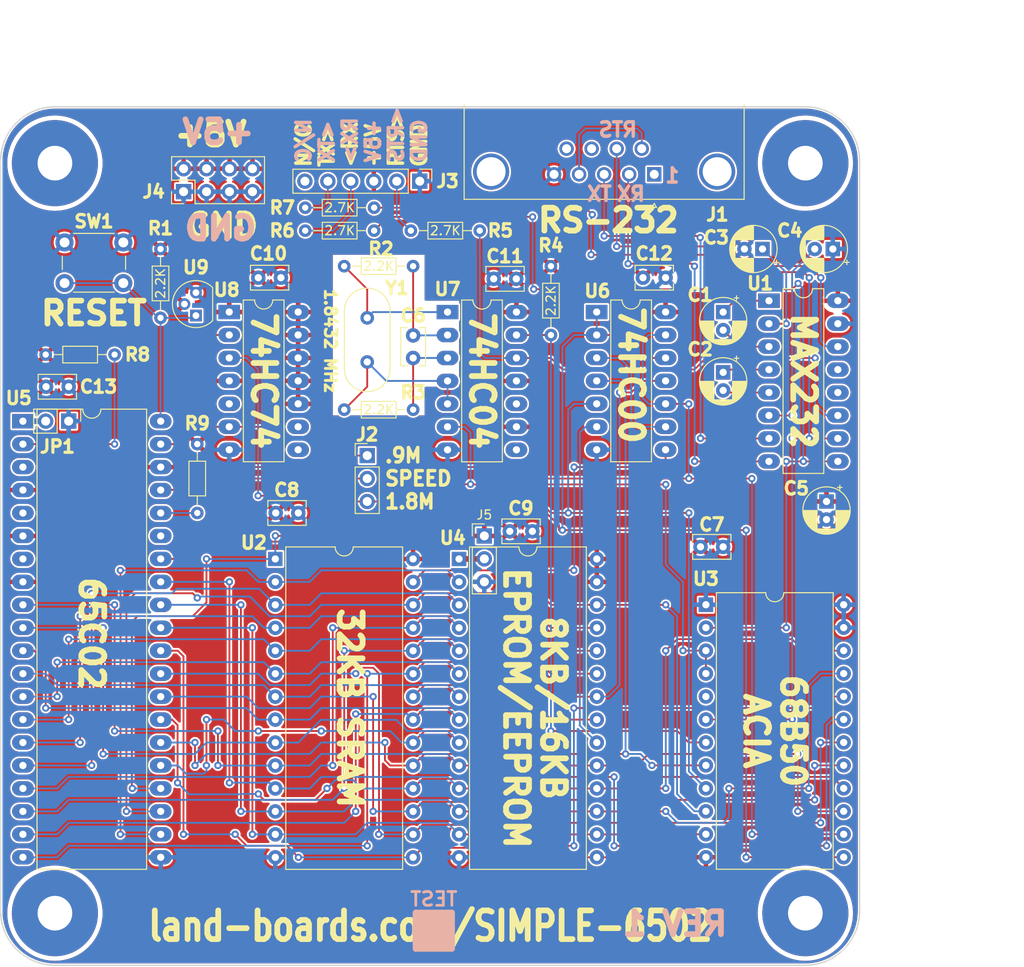
<source format=kicad_pcb>
(kicad_pcb (version 20211014) (generator pcbnew)
  (title_block (title "SIMPLE-6502") (date "2022-09-11") (rev "1") (company "land-boards.com"))
  (layers (0 "F.Cu" signal) (31 "B.Cu" signal) (34 "B.Paste" user) (35 "F.Paste" user) (36 "B.SilkS" user "B.Silkscreen") (37 "F.SilkS" user "F.Silkscreen") (38 "B.Mask" user) (39 "F.Mask" user) (44 "Edge.Cuts" user))
  (net 0 "")
  (net 1 "GND")
  (net 2 "/CPUA11")
  (net 3 "/CPUA12")
  (net 4 "/CPUA13")
  (net 5 "/CPUA14")
  (net 6 "/CPUA15")
  (net 7 "/CPUD4")
  (net 8 "/CPUD3")
  (net 9 "/CPUD5")
  (net 10 "/CPUD6")
  (net 11 "/CPUA0")
  (net 12 "/CPUA1")
  (net 13 "/CPUD2")
  (net 14 "/CPUA2")
  (net 15 "/CPUD7")
  (net 16 "/CPUA3")
  (net 17 "/CPUD0")
  (net 18 "/CPUA4")
  (net 19 "/CPUD1")
  (net 20 "/CPUA5")
  (net 21 "/CPUA6")
  (net 22 "/CPUA7")
  (net 23 "/CPUA8")
  (net 24 "/CPUA9")
  (net 25 "/CPUA10")
  (net 26 "/CPUCLK")
  (net 27 "VCC")
  (net 28 "/~{CPURESB}")
  (net 29 "Net-(C1-Pad1)")
  (net 30 "Net-(C1-Pad2)")
  (net 31 "Net-(C2-Pad1)")
  (net 32 "Net-(C2-Pad2)")
  (net 33 "Net-(C3-Pad1)")
  (net 34 "Net-(C6-Pad1)")
  (net 35 "Net-(C6-Pad2)")
  (net 36 "/BAUD_CLK")
  (net 37 "Net-(R2-Pad1)")
  (net 38 "Net-(R3-Pad2)")
  (net 39 "/BUFF_FULL*")
  (net 40 "/UART_RX")
  (net 41 "/UART_TX")
  (net 42 "/RTS*")
  (net 45 "/READ*")
  (net 46 "/WRITE*")
  (net 48 "/R1W0")
  (net 49 "/PH2_OUT")
  (net 50 "/TOP16K*")
  (net 61 "Net-(J1-Pad4)")
  (net 64 "Net-(U6-Pad3)")
  (net 66 "Net-(C4-Pad2)")
  (net 67 "/CLK_0.9216")
  (net 68 "Net-(JP1-Pad2)")
  (net 69 "Net-(J3-Pad2)")
  (net 70 "Net-(J3-Pad4)")
  (net 71 "Net-(J3-Pad5)")
  (net 72 "/RS_RX")
  (net 73 "/RS_TX")
  (net 74 "/RS_RTS*")
  (net 75 "/EPROM_PIN1")
  (net 76 "Net-(R8-Pad2)")
  (net 77 "Net-(R9-Pad2)")
  (footprint "Connector_Dsub:DSUB-9_Male_Horizontal_P2.77x2.84mm_EdgePinOffset4.94mm_Housed_MountingHolesOffset7.48mm" (layer "F.Cu") (at 161.285 55.24 180)
    (fp_text reference "J1")
    (fp_text value "DB9_Male")
  )
  (footprint "Package_DIP:DIP-16_W7.62mm_LongPads" (layer "F.Cu") (at 173.975 69.225)
    (fp_text reference "U1")
    (fp_text value "MAX232")
  )
  (footprint "Capacitor_THT:C_Rect_L4.0mm_W2.5mm_P2.50mm" (layer "F.Cu") (at 121.92 92.71 180)
    (fp_text reference "C8")
    (fp_text value "0.1uF")
  )
  (footprint "Resistor_THT:R_Axial_DIN0204_L3.6mm_D1.6mm_P7.62mm_Horizontal" (layer "F.Cu") (at 134.62 81.28 180)
    (fp_text reference "R3")
    (fp_text value "2.2K")
  )
  (footprint "Resistor_THT:R_Axial_DIN0204_L3.6mm_D1.6mm_P7.62mm_Horizontal" (layer "F.Cu") (at 106.68 63.5 -90)
    (fp_text reference "R1")
    (fp_text value "2.2K")
  )
  (footprint "Capacitor_THT:C_Rect_L4.0mm_W2.5mm_P2.50mm" (layer "F.Cu") (at 96.52 78.74 180)
    (fp_text reference "C13")
    (fp_text value "0.1uF")
  )
  (footprint "LandBoards_MountHoles:MTG-6-32" (layer "F.Cu") (at 95 54)
    (fp_text reference "MTG1" hide)
    (fp_text value "MTG_HOLE" hide)
  )
  (footprint "Resistor_THT:R_Axial_DIN0204_L3.6mm_D1.6mm_P7.62mm_Horizontal" (layer "F.Cu") (at 110.744 85.09 -90)
    (fp_text reference "R9")
    (fp_text value "3.3K")
  )
  (footprint "Resistor_THT:R_Axial_DIN0204_L3.6mm_D1.6mm_P7.62mm_Horizontal" (layer "F.Cu") (at 149.86 65.4 -90)
    (fp_text reference "R4")
    (fp_text value "2.2K")
  )
  (footprint "Capacitor_THT:C_Rect_L4.0mm_W2.5mm_P2.50mm" (layer "F.Cu") (at 119.995 66.675 180)
    (fp_text reference "C10")
    (fp_text value "0.1uF")
  )
  (footprint "LandBoards_Marking:TEST_BLK-REAR" (layer "F.Cu") (at 136.906 138.938)
    (fp_text reference "TEST")
    (fp_text value "COUPON" hide)
  )
  (footprint "Package_TO_SOT_THT:TO-92" (layer "F.Cu") (at 110.596 70.866 90)
    (fp_text reference "U9")
    (fp_text value "DS1813-5")
  )
  (footprint "Resistor_THT:R_Axial_DIN0204_L3.6mm_D1.6mm_P7.62mm_Horizontal" (layer "F.Cu") (at 141.986 61.468 180)
    (fp_text reference "R5")
    (fp_text value "2.7K")
  )
  (footprint "Package_DIP:DIP-40_W15.24mm_LongPads" (layer "F.Cu") (at 91.46 82.555)
    (fp_text reference "U5")
    (fp_text value "65C02")
  )
  (footprint "Connector_PinHeader_2.54mm:PinHeader_2x04_P2.54mm_Vertical" (layer "F.Cu") (at 109.23 57.155 90)
    (fp_text reference "J4")
    (fp_text value "Conn_02x04_Odd_Even")
  )
  (footprint "Capacitor_THT:C_Rect_L4.0mm_W2.5mm_P2.50mm" (layer "F.Cu") (at 147.808 94.742 180)
    (fp_text reference "C9")
    (fp_text value "0.1uF")
  )
  (footprint "Package_DIP:DIP-28_W15.24mm" (layer "F.Cu") (at 119.375 97.8)
    (fp_text reference "U2")
    (fp_text value "AS6C62256-55PCN")
  )
  (footprint "Capacitor_THT:CP_Radial_D5.0mm_P2.00mm" (layer "F.Cu") (at 168.91 70.48 -90)
    (fp_text reference "C1")
    (fp_text value "1uF")
  )
  (footprint "Capacitor_THT:C_Rect_L4.0mm_W2.5mm_P2.50mm" (layer "F.Cu") (at 134.62 75.56 90)
    (fp_text reference "C6")
    (fp_text value "270pF")
  )
  (footprint "Package_DIP:DIP-24_W15.24mm" (layer "F.Cu") (at 167 102.865)
    (fp_text reference "U3")
    (fp_text value "MC68B50")
  )
  (footprint "Capacitor_THT:CP_Radial_D5.0mm_P2.00mm" (layer "F.Cu") (at 168.91 77.149888 -90)
    (fp_text reference "C2")
    (fp_text value "1uF")
  )
  (footprint "Capacitor_THT:C_Rect_L4.0mm_W2.5mm_P2.50mm" (layer "F.Cu") (at 162.54 66.675 180)
    (fp_text reference "C12")
    (fp_text value "0.1uF")
  )
  (footprint "LandBoards_MountHoles:MTG-6-32" (layer "F.Cu") (at 95 137)
    (fp_text reference "MTG3" hide)
    (fp_text value "MTG_HOLE" hide)
  )
  (footprint "Connector_PinHeader_2.54mm:PinHeader_1x06_P2.54mm_Vertical" (layer "F.Cu") (at 135.35 56 -90)
    (fp_text reference "J3")
    (fp_text value "FTDI-CABLE")
  )
  (footprint "Connector_PinHeader_2.54mm:PinHeader_1x02_P2.54mm_Vertical" (layer "F.Cu") (at 96.52 82.55 -90)
    (fp_text reference "JP1")
    (fp_text value "Jumper_2_Open")
  )
  (footprint "Package_DIP:DIP-28_W15.24mm" (layer "F.Cu") (at 139.695 97.8)
    (fp_text reference "U4")
    (fp_text value "27C128")
  )
  (footprint "Button_Switch_THT:SW_PUSH_6mm_H8.5mm" (layer "F.Cu") (at 96.064 62.774)
    (fp_text reference "SW1")
    (fp_text value "SW_Push")
  )
  (footprint "Package_DIP:DIP-14_W7.62mm_LongPads" (layer "F.Cu") (at 154.92 70.475)
    (fp_text reference "U6")
    (fp_text value "74HC00")
  )
  (footprint "LandBoards_MountHoles:MTG-6-32" (layer "F.Cu") (at 178 54)
    (fp_text reference "MTG4" hide)
    (fp_text value "MTG_HOLE" hide)
  )
  (footprint "Connector_PinHeader_2.54mm:PinHeader_1x03_P2.54mm_Vertical" (layer "F.Cu") (at 129.54 86.36)
    (fp_text reference "J2")
    (fp_text value "Conn_01x03")
  )
  (footprint "Capacitor_THT:C_Rect_L4.0mm_W2.5mm_P2.50mm" (layer "F.Cu") (at 143.53 66.802)
    (fp_text reference "C11")
    (fp_text value "0.1uF")
  )
  (footprint "Resistor_THT:R_Axial_DIN0204_L3.6mm_D1.6mm_P7.62mm_Horizontal" (layer "F.Cu") (at 130.302 58.928 180)
    (fp_text reference "R7")
    (fp_text value "2.7K")
  )
  (footprint "LandBoards_MountHoles:MTG-6-32" (layer "F.Cu") (at 178 137)
    (fp_text reference "MTG2" hide)
    (fp_text value "MTG_HOLE" hide)
  )
  (footprint "Capacitor_THT:CP_Radial_D5.0mm_P2.00mm" (layer "F.Cu") (at 180.34 91.44 -90)
    (fp_text reference "C5")
    (fp_text value "1uF")
  )
  (footprint "Capacitor_THT:CP_Radial_D5.0mm_P2.00mm" (layer "F.Cu") (at 181.041113 63.5 180)
    (fp_text reference "C4")
    (fp_text value "1uF")
  )
  (footprint "Resistor_THT:R_Axial_DIN0204_L3.6mm_D1.6mm_P7.62mm_Horizontal" (layer "F.Cu") (at 126.995 65.4)
    (fp_text reference "R2")
    (fp_text value "2.2K")
  )
  (footprint "Package_DIP:DIP-14_W7.62mm_LongPads" (layer "F.Cu") (at 138.425 70.48)
    (fp_text reference "U7")
    (fp_text value "74HC04")
  )
  (footprint "Connector_PinHeader_2.54mm:PinHeader_1x03_P2.54mm_Vertical" (layer "F.Cu") (at 142.494 95.25)
    (fp_text reference "J5")
    (fp_text value "Conn_01x03")
  )
  (footprint "Resistor_THT:R_Axial_DIN0204_L3.6mm_D1.6mm_P7.62mm_Horizontal" (layer "F.Cu") (at 130.302 61.468 180)
    (fp_text reference "R6")
    (fp_text value "2.7K")
  )
  (footprint "Crystal:Crystal_HC49-4H_Vertical" (layer "F.Cu") (at 129.54 71.12 -90)
    (fp_text reference "Y1")
    (fp_text value "1.8432 MHz")
  )
  (footprint "Capacitor_THT:C_Rect_L4.0mm_W2.5mm_P2.50mm" (layer "F.Cu") (at 168.905 96.46 180)
    (fp_text reference "C7")
    (fp_text value "0.1uF")
  )
  (footprint "Resistor_THT:R_Axial_DIN0204_L3.6mm_D1.6mm_P7.62mm_Horizontal" (layer "F.Cu") (at 93.98 75.184)
    (fp_text reference "R8")
    (fp_text value "3.3K")
  )
  (footprint "Package_DIP:DIP-14_W7.62mm_LongPads" (layer "F.Cu") (at 114.28 70.475)
    (fp_text reference "U8")
    (fp_text value "74HC74")
  )
  (footprint "Capacitor_THT:CP_Radial_D5.0mm_P2.00mm" (layer "F.Cu") (at 173.26 63.5 180)
    (fp_text reference "C3")
    (fp_text value "1uF")
  )
  (gr_line (start 89 53.77) (end 89 136.757359) (layer "Edge.Cuts") (width 0.15))
  (gr_arc (start 178 47.77) (mid 182.242641 49.527359) (end 184 53.77) (layer "Edge.Cuts") (width 0.15))
  (gr_arc (start 89 53.77) (mid 90.757359 49.527359) (end 95 47.77) (layer "Edge.Cuts") (width 0.15))
  (gr_line (start 184 136.757359) (end 184 53.77) (layer "Edge.Cuts") (width 0.15))
  (gr_arc (start 95 142.757359) (mid 90.757359 141) (end 89 136.757359) (layer "Edge.Cuts") (width 0.15))
  (gr_arc (start 184 136.757359) (mid 182.242641 141) (end 178 142.757359) (layer "Edge.Cuts") (width 0.15))
  (gr_line (start 178 47.77) (end 95 47.77) (layer "Edge.Cuts") (width 0.15))
  (gr_line (start 95 142.757359) (end 178 142.757359) (layer "Edge.Cuts") (width 0.15))
  (gr_text "RTS" (at 154.94 50.292) (layer "B.SilkS") (effects (font (size 1.5875 1.524) (thickness 0.381)) (justify right mirror)))
  (gr_text "+5V" (at 117.348 50.546) (layer "B.SilkS") (effects (font (size 2.54 2.54) (thickness 0.635)) (justify left mirror)))
  (gr_text "TX" (at 153.67 57.404) (layer "B.SilkS") (effects (font (size 1.5875 1.524) (thickness 0.381)) (justify right mirror)))
  (gr_text "N/C\n<TX\nRX>\n+5V\n<RTS\nGND" (at 128.905 54.102 90) (layer "B.SilkS") (effects (font (size 1.5875 1.524) (thickness 0.381)) (justify right mirror)))
  (gr_text "REV 1" (at 157.48 138.176) (layer "B.SilkS") (effects (font (size 2.54 2.54) (thickness 0.635)) (justify right mirror)))
  (gr_text "RX" (at 156.972 57.404) (layer "B.SilkS") (effects (font (size 1.5875 1.524) (thickness 0.381)) (justify right mirror)))
  (gr_text "GND" (at 117.602 61.214) (layer "B.SilkS") (effects (font (size 2.54 2.54) (thickness 0.635)) (justify left mirror)))
  (gr_text "1" (at 162.306 55.372) (layer "B.SilkS") (effects (font (size 1.5875 1.524) (thickness 0.381)) (justify right mirror)))
  (gr_text "74HC04" (at 142.24 78.105 270) (layer "F.SilkS") (effects (font (size 2.54 2.54) (thickness 0.635))))
  (gr_text "land-boards.com/SIMPLE-6502" (at 136.525 138.43) (layer "F.SilkS") (effects (font (size 3.175 2.54) (thickness 0.635))))
  (gr_text "74HC74" (at 118.11 78.105 270) (layer "F.SilkS") (effects (font (size 2.54 2.54) (thickness 0.635))))
  (gr_text "32KB SRAM" (at 127.635 114.3 270) (layer "F.SilkS") (effects (font (size 2.54 2.54) (thickness 0.635))))
  (gr_text ".9M\nSPEED\n1.8M\n" (at 131.318 88.9) (layer "F.SilkS") (effects (font (size 1.5875 1.524) (thickness 0.381)) (justify left)))
  (gr_text "1.8432 MHz" (at 125.476 73.66 270) (layer "F.SilkS") (effects (font (size 1.27 1.27) (thickness 0.3175))))
  (gr_text "RS-232" (at 156.21 60.325) (layer "F.SilkS") (effects (font (size 2.54 2.54) (thickness 0.635))))
  (gr_text "GND" (at 109.22 60.96) (layer "F.SilkS") (effects (font (size 2.54 2.54) (thickness 0.635)) (justify left)))
  (gr_text "8KB/16KB\nEPROM/EEPROM" (at 148.082 114.3 270) (layer "F.SilkS") (effects (font (size 2.54 2.54) (thickness 0.635))))
  (gr_text "MAX232" (at 177.8 78.105 270) (layer "F.SilkS") (effects (font (size 2.54 2.54) (thickness 0.635))))
  (gr_text "+5V" (at 107.95 50.8) (layer "F.SilkS") (effects (font (size 2.54 2.54) (thickness 0.635)) (justify left)))
  (gr_text "68B50\nACIA" (at 174.625 116.84 270) (layer "F.SilkS") (effects (font (size 2.54 2.54) (thickness 0.635))))
  (gr_text "65C02" (at 99.06 106.045 270) (layer "F.SilkS") (effects (font (size 2.54 2.54) (thickness 0.635))))
  (gr_text "N/C\nTX>\n<RX\n+5V\nRTS>\nGND" (at 128.905 54.61 90) (layer "F.SilkS") (effects (font (size 1.5875 1.524) (thickness 0.381)) (justify left)))
  (gr_text "74HC00" (at 158.75 77.47 270) (layer "F.SilkS") (effects (font (size 2.54 2.54) (thickness 0.635))))
  (gr_text "RESET" (at 99.314 70.612) (layer "F.SilkS") (effects (font (size 2.54 2.54) (thickness 0.635))))
  (segment (start 134.615 110.5) (end 135.895 109.22) (width 0.2032) (layer "F.Cu") (net 2))
  (segment (start 154.935 110.5) (end 149.87 110.5) (width 0.2032) (layer "F.Cu") (net 2))
  (segment (start 129.54 129.54) (end 129.54 110.49) (width 0.2032) (layer "F.Cu") (net 2))
  (segment (start 135.895 109.22) (end 148.59 109.22) (width 0.2032) (layer "F.Cu") (net 2))
  (segment (start 149.87 110.5) (end 148.59 109.22) (width 0.2032) (layer "F.Cu") (net 2))
  (via (at 129.54 129.54) (size 0.8) (drill 0.4) (layers "F.Cu" "B.Cu") (net 2))
  (via (at 129.54 110.49) (size 0.8) (drill 0.4) (layers "F.Cu" "B.Cu") (net 2))
  (segment (start 95.245 130.815) (end 96.52 129.54) (width 0.2032) (layer "B.Cu") (net 2))
  (segment (start 96.52 129.54) (end 129.54 129.54) (width 0.2032) (layer "B.Cu") (net 2))
  (segment (start 129.54 110.49) (end 129.55 110.5) (width 0.2032) (layer "B.Cu") (net 2))
  (segment (start 91.46 130.815) (end 95.245 130.815) (width 0.2032) (layer "B.Cu") (net 2))
  (segment (start 129.55 110.5) (end 134.615 110.5) (width 0.2032) (layer "B.Cu") (net 2))
  (segment (start 102.235 128.27) (end 102.253511 128.251489) (width 0.2032) (layer "F.Cu") (net 3))
  (segment (start 102.253511 99.078511) (end 102.235 99.06) (width 0.2032) (layer "F.Cu") (net 3))
  (segment (start 102.253511 128.251489) (end 102.253511 99.078511) (width 0.2032) (layer "F.Cu") (net 3))
  (via (at 102.235 128.27) (size 0.8) (drill 0.4) (layers "F.Cu" "B.Cu") (net 3))
  (via (at 102.235 99.06) (size 0.8) (drill 0.4) (layers "F.Cu" "B.Cu") (net 3))
  (segment (start 102.24 128.275) (end 102.235 128.27) (width 0.2032) (layer "B.Cu") (net 3))
  (segment (start 123.18 100.34) (end 124.46 99.06) (width 0.2032) (layer "B.Cu") (net 3))
  (segment (start 106.7 128.275) (end 102.24 128.275) (width 0.2032) (layer "B.Cu") (net 3))
  (segment (start 116.205 99.06) (end 117.485 100.34) (width 0.2032) (layer "B.Cu") (net 3))
  (segment (start 102.235 99.06) (end 116.205 99.06) (width 0.2032) (layer "B.Cu") (net 3))
  (segment (start 117.485 100.34) (end 119.375 100.34) (width 0.2032) (layer "B.Cu") (net 3))
  (segment (start 124.46 99.06) (end 138.415 99.06) (width 0.2032) (layer "B.Cu") (net 3))
  (segment (start 119.375 100.34) (end 123.18 100.34) (width 0.2032) (layer "B.Cu") (net 3))
  (segment (start 138.415 99.06) (end 139.695 100.34) (width 0.2032) (layer "B.Cu") (net 3))
  (segment (start 149.87 102.88) (end 162.55 102.88) (width 0.2032) (layer "F.Cu") (net 4))
  (segment (start 103.886 101.6) (end 110.236 101.6) (width 0.2032) (layer "F.Cu") (net 4))
  (segment (start 162.55 102.88) (end 162.56 102.87) (width 0.2032) (layer "F.Cu") (net 4))
  (segment (start 149.87 102.88) (end 148.59 101.6) (width 0.2032) (layer "F.Cu") (net 4))
  (segment (start 134.615 102.88) (end 135.895 101.6) (width 0.2032) (layer "F.Cu") (net 4))
  (segment (start 110.236 101.6) (end 110.744 102.108) (width 0.2032) (layer "F.Cu") (net 4))
  (segment (start 102.907011 125.73) (end 102.907011 102.578989) (width 0.2032) (layer "F.Cu") (net 4))
  (segment (start 102.907011 102.578989) (end 103.886 101.6) (width 0.2032) (layer "F.Cu") (net 4))
  (segment (start 135.895 101.6) (end 148.59 101.6) (width 0.2032) (layer "F.Cu") (net 4))
  (via (at 162.56 102.87) (size 0.8) (drill 0.4) (layers "F.Cu" "B.Cu") (net 4))
  (via (at 102.907011 125.73) (size 0.8) (drill 0.4) (layers "F.Cu" "B.Cu") (net 4))
  (via (at 110.744 102.108) (size 0.8) (drill 0.4) (layers "F.Cu" "B.Cu") (net 4))
  (segment (start 118.745 104.14) (end 116.56012 101.95512) (width 0.2032) (layer "B.Cu") (net 4))
  (segment (start 167 125.725) (end 165.73 125.725) (width 0.2032) (layer "B.Cu") (net 4))
  (segment (start 102.912011 125.735) (end 102.907011 125.73) (width 0.2032) (layer "B.Cu") (net 4))
  (segment (start 162.56 102.87) (end 163.811489 104.121489) (width 0.2032) (layer "B.Cu") (net 4))
  (segment (start 106.7 125.735) (end 102.912011 125.735) (width 0.2032) (layer "B.Cu") (net 4))
  (segment (start 134.615 102.88) (end 124.45 102.88) (width 0.2032) (layer "B.Cu") (net 4))
  (segment (start 123.19 104.14) (end 118.745 104.14) (width 0.2032) (layer "B.Cu") (net 4))
  (segment (start 124.45 102.88) (end 123.19 104.14) (width 0.2032) (layer "B.Cu") (net 4))
  (segment (start 116.56012 101.95512) (end 110.76988 101.95512) (width 0.2032) (layer "B.Cu") (net 4))
  (segment (start 163.811489 104.121489) (end 163.811489 123.806489) (width 0.2032) (layer "B.Cu") (net 4))
  (segment (start 165.73 125.725) (end 163.811489 123.806489) (width 0.2032) (layer "B.Cu") (net 4))
  (segment (start 147.301489 90.188511) (end 135.617489 90.188511) (width 0.2032) (layer "F.Cu") (net 5))
  (segment (start 111.76 102.616) (end 111.76 97.79) (width 0.2032) (layer "F.Cu") (net 5))
  (segment (start 135.617489 90.188511) (end 130.556 95.25) (width 0.2032) (layer "F.Cu") (net 5))
  (segment (start 149.86 92.71) (end 147.32 90.17) (width 0.2032) (layer "F.Cu") (net 5))
  (segment (start 165.1185 92.71) (end 151.7835 92.71) (width 0.2032) (layer "F.Cu") (net 5))
  (segment (start 119.3985 95.25) (end 119.38 95.2315) (width 0.2032) (layer "F.Cu") (net 5))
  (segment (start 110.236 104.14) (end 111.76 102.616) (width 0.2032) (layer "F.Cu") (net 5))
  (segment (start 147.32 90.17) (end 147.301489 90.188511) (width 0.2032) (layer "F.Cu") (net 5))
  (segment (start 130.556 95.25) (end 119.3985 95.25) (width 0.2032) (layer "F.Cu") (net 5))
  (segment (start 103.505 104.775) (end 104.14 104.14) (width 0.2032) (layer "F.Cu") (net 5))
  (segment (start 104.14 104.14) (end 110.236 104.14) (width 0.2032) (layer "F.Cu") (net 5))
  (segment (start 151.7835 92.71) (end 149.86 92.71) (width 0.2032) (layer "F.Cu") (net 5))
  (segment (start 103.560511 123.19) (end 103.505 123.134489) (width 0.2032) (layer "F.Cu") (net 5))
  (segment (start 103.505 123.134489) (end 103.505 104.775) (width 0.2032) (layer "F.Cu") (net 5))
  (via (at 151.7835 92.71) (size 0.8) (drill 0.4) (layers "F.Cu" "B.Cu") (net 5))
  (via (at 103.560511 123.19) (size 0.8) (drill 0.4) (layers "F.Cu" "B.Cu") (net 5))
  (via (at 119.38 95.2315) (size 0.8) (drill 0.4) (layers "F.Cu" "B.Cu") (net 5))
  (via (at 165.1185 92.71) (size 0.8) (drill 0.4) (layers "F.Cu" "B.Cu") (net 5))
  (via (at 111.76 97.79) (size 0.8) (drill 0.4) (layers "F.Cu" "B.Cu") (net 5))
  (segment (start 119.375 97.8) (end 119.375 95.255) (width 0.2032) (layer "B.Cu") (net 5))
  (segment (start 111.77 97.8) (end 119.375 97.8) (width 0.2032) (layer "B.Cu") (net 5))
  (segment (start 151.7835 92.71) (end 151.765 92.6915) (width 0.2032) (layer "B.Cu") (net 5))
  (segment (start 119.38 95.25) (end 119.38 95.2315) (width 0.2032) (layer "B.Cu") (net 5))
  (segment (start 165.1185 92.71) (end 165.1185 92.7285) (width 0.2032) (layer "B.Cu") (net 5))
  (segment (start 165.118511 121.303511) (end 167 123.185) (width 0.2032) (layer "B.Cu") (net 5))
  (segment (start 119.375 95.255) (end 119.38 95.25) (width 0.2032) (layer "B.Cu") (net 5))
  (segment (start 111.76 97.79) (end 111.77 97.8) (width 0.2032) (layer "B.Cu") (net 5))
  (segment (start 103.560511 123.19) (end 103.565511 123.195) (width 0.2032) (layer "B.Cu") (net 5))
  (segment (start 103.565511 123.195) (end 106.7 123.195) (width 0.2032) (layer "B.Cu") (net 5))
  (segment (start 151.765 92.6915) (end 151.765 81.28) (width 0.2032) (layer "B.Cu") (net 5))
  (segment (start 151.765 81.28) (end 152.41 80.635) (width 0.2032) (layer "B.Cu") (net 5))
  (segment (start 165.1185 92.7285) (end 165.118511 92.728511) (width 0.2032) (layer "B.Cu") (net 5))
  (segment (start 165.118511 92.728511) (end 165.118511 121.303511) (width 0.2032) (layer "B.Cu") (net 5))
  (segment (start 152.41 80.635) (end 154.92 80.635) (width 0.2032) (layer "B.Cu") (net 5))
  (segment (start 111.76 115.57) (end 111.76 120.65) (width 0.2032) (layer "F.Cu") (net 6))
  (segment (start 117.475 116.84) (end 124.46 116.84) (width 0.2032) (layer "F.Cu") (net 6))
  (segment (start 147.32 116.84) (end 135.895 116.84) (width 0.2032) (layer "F.Cu") (net 6))
  (segment (start 135.895 116.84) (end 134.615 118.12) (width 0.2032) (layer "F.Cu") (net 6))
  (segment (start 158.115 119.38) (end 149.86 119.38) (width 0.2032) (layer "F.Cu") (net 6))
  (segment (start 149.86 119.38) (end 147.32 116.84) (width 0.2032) (layer "F.Cu") (net 6))
  (segment (start 161.041 120.645) (end 161.036 120.65) (width 0.2032) (layer "F.Cu") (net 6))
  (segment (start 167 120.645) (end 161.041 120.645) (width 0.2032) (layer "F.Cu") (net 6))
  (via (at 161.036 120.65) (size 0.8) (drill 0.4) (layers "F.Cu" "B.Cu") (net 6))
  (via (at 158.115 119.38) (size 0.8) (drill 0.4) (layers "F.Cu" "B.Cu") (net 6))
  (via (at 111.76 115.57) (size 0.8) (drill 0.4) (layers "F.Cu" "B.Cu") (net 6))
  (via (at 111.76 120.65) (size 0.8) (drill 0.4) (layers "F.Cu" "B.Cu") (net 6))
  (via (at 117.4935 116.84) (size 0.8) (drill 0.4) (layers "F.Cu" "B.Cu") (net 6))
  (via (at 124.46 116.84) (size 0.8) (drill 0.4) (layers "F.Cu" "B.Cu") (net 6))
  (segment (start 133.36 118.12) (end 132.08 116.84) (width 0.2032) (layer "B.Cu") (net 6))
  (segment (start 109.49988 121.56488) (end 111.48012 121.56488) (width 0.2032) (layer "B.Cu") (net 6))
  (segment (start 158.115 78.74) (end 158.115 119.38) (width 0.2032) (layer "B.Cu") (net 6))
  (segment (start 113.665 115.57) (end 111.76 115.57) (width 0.2032) (layer "B.Cu") (net 6))
  (segment (start 111.76 121.285) (end 111.76 120.65) (width 0.2032) (layer "B.Cu") (net 6))
  (segment (start 114.935 116.84) (end 113.665 115.57) (width 0.2032) (layer "B.Cu") (net 6))
  (segment (start 158.115 78.74) (end 157.47 78.095) (width 0.2032) (layer "B.Cu") (net 6))
  (segment (start 111.48012 121.56488) (end 111.76 121.285) (width 0.2032) (layer "B.Cu") (net 6))
  (segment (start 117.4935 116.84) (end 114.935 116.84) (width 0.2032) (layer "B.Cu") (net 6))
  (segment (start 157.47 78.095) (end 154.92 78.095) (width 0.2032) (layer "B.Cu") (net 6))
  (segment (start 159.766 119.38) (end 158.115 119.38) (width 0.2032) (layer "B.Cu") (net 6))
  (segment (start 108.59 120.655) (end 109.49988 121.56488) (width 0.2032) (layer "B.Cu") (net 6))
  (segment (start 161.036 120.65) (end 159.766 119.38) (width 0.2032) (layer "B.Cu") (net 6))
  (segment (start 134.615 118.12) (end 133.36 118.12) (width 0.2032) (layer "B.Cu") (net 6))
  (segment (start 132.08 116.84) (end 124.46 116.84) (width 0.2032) (layer "B.Cu") (net 6))
  (segment (start 106.7 120.655) (end 108.59 120.655) (width 0.2032) (layer "B.Cu") (net 6))
  (segment (start 149.87 128.28) (end 148.816489 127.226489) (width 0.2032) (layer "F.Cu") (net 7))
  (segment (start 130.81 128.27) (end 130.847011 128.232989) (width 0.2032) (layer "F.Cu") (net 7))
  (segment (start 148.816489 127.226489) (end 135.668511 127.226489) (width 0.2032) (layer "F.Cu") (net 7))
  (segment (start 157.47 128.28) (end 154.935 128.28) (width 0.2032) (layer "F.Cu") (net 7))
  (segment (start 179.6865 118.11) (end 179.6915 118.105) (width 0.2032) (layer "F.Cu") (net 7))
  (segment (start 128.923511 109.836489) (end 128.27 110.49) (width 0.2032) (layer "F.Cu") (net 7))
  (segment (start 130.193511 109.836489) (end 128.923511 109.836489) (width 0.2032) (layer "F.Cu") (net 7))
  (segment (start 154.935 128.28) (end 149.87 128.28) (width 0.2032) (layer "F.Cu") (net 7))
  (segment (start 158.75 127) (end 157.47 128.28) (width 0.2032) (layer "F.Cu") (net 7))
  (segment (start 130.847011 110.489989) (end 130.193511 109.836489) (width 0.2032) (layer "F.Cu") (net 7))
  (segment (start 135.668511 127.226489) (end 134.615 128.28) (width 0.2032) (layer "F.Cu") (net 7))
  (segment (start 130.847011 128.232989) (end 130.847011 110.489989) (width 0.2032) (layer "F.Cu") (net 7))
  (segment (start 179.6915 118.105) (end 182.24 118.105) (width 0.2032) (layer "F.Cu") (net 7))
  (segment (start 179.6865 127) (end 158.75 127) (width 0.2032) (layer "F.Cu") (net 7))
  (via (at 179.6865 118.11) (size 0.8) (drill 0.4) (layers "F.Cu" "B.Cu") (net 7))
  (via (at 179.6865 127) (size 0.8) (drill 0.4) (layers "F.Cu" "B.Cu") (net 7))
  (via (at 128.27 110.49) (size 0.8) (drill 0.4) (layers "F.Cu" "B.Cu") (net 7))
  (via (at 130.81 128.27) (size 0.8) (drill 0.4) (layers "F.Cu" "B.Cu") (net 7))
  (segment (start 124.46 110.49) (end 123.19 111.76) (width 0.2032) (layer "B.Cu") (net 7))
  (segment (start 117.48 110.495) (end 106.7 110.495) (width 0.2032) (layer "B.Cu") (net 7))
  (segment (start 134.615 128.28) (end 130.82 128.28) (width 0.2032) (layer "B.Cu") (net 7))
  (segment (start 118.745 111.76) (end 117.48 110.495) (width 0.2032) (layer "B.Cu") (net 7))
  (segment (start 128.27 110.49) (end 124.46 110.49) (width 0.2032) (layer "B.Cu") (net 7))
  (segment (start 123.19 111.76) (end 118.745 111.76) (width 0.2032) (layer "B.Cu") (net 7))
  (segment (start 179.6865 127) (end 179.6865 118.11) (width 0.2032) (layer "B.Cu") (net 7))
  (segment (start 130.82 128.28) (end 130.81 128.27) (width 0.2032) (layer "B.Cu") (net 7))
  (segment (start 109.22 108.585) (end 108.59 107.955) (width 0.2032) (layer "F.Cu") (net 8))
  (segment (start 109.22 128.27) (end 109.22 108.585) (width 0.2032) (layer "F.Cu") (net 8))
  (segment (start 149.87 130.82) (end 148.816489 129.766489) (width 0.2032) (layer "F.Cu") (net 8))
  (segment (start 120.65 129.54) (end 116.205 129.54) (width 0.2032) (layer "F.Cu") (net 8))
  (segment (start 157.47 130.82) (end 158.75 129.54) (width 0.2032) (layer "F.Cu") (net 8))
  (segment (start 154.935 130.82) (end 157.47 130.82) (width 0.2032) (layer "F.Cu") (net 8))
  (segment (start 116.205 129.54) (end 114.935 128.27) (width 0.2032) (layer "F.Cu") (net 8))
  (segment (start 180.34 129.54) (end 158.75 129.54) (width 0.2032) (layer "F.Cu") (net 8))
  (segment (start 121.93 130.82) (end 120.65 129.54) (width 0.2032) (layer "F.Cu") (net 8))
  (segment (start 148.816489 129.766489) (end 135.668511 129.766489) (width 0.2032) (layer "F.Cu") (net 8))
  (segment (start 108.59 107.955) (end 106.7 107.955) (width 0.2032) (layer "F.Cu") (net 8))
  (segment (start 154.935 130.82) (end 149.87 130.82) (width 0.2032) (layer "F.Cu") (net 8))
  (segment (start 135.668511 129.766489) (end 134.615 130.82) (width 0.2032) (layer "F.Cu") (net 8))
  (via (at 109.22 128.27) (size 0.8) (drill 0.4) (layers "F.Cu" "B.Cu") (net 8))
  (via (at 114.935 128.27) (size 0.8) (drill 0.4) (layers "F.Cu" "B.Cu") (net 8))
  (via (at 121.93 130.82) (size 0.8) (drill 0.4) (layers "F.Cu" "B.Cu") (net 8))
  (via (at 180.34 129.54) (size 0.8) (drill 0.4) (layers "F.Cu" "B.Cu") (net 8))
  (segment (start 134.615 130.82) (end 121.93 130.82) (width 0.2032) (layer "B.Cu") (net 8))
  (segment (start 180.34 129.54) (end 180.34 116.205) (width 0.2032) (layer "B.Cu") (net 8))
  (segment (start 180.34 116.205) (end 180.98 115.565) (width 0.2032) (layer "B.Cu") (net 8))
  (segment (start 114.935 128.27) (end 109.22 128.27) (width 0.2032) (layer "B.Cu") (net 8))
  (segment (start 180.98 115.565) (end 182.24 115.565) (width 0.2032) (layer "B.Cu") (net 8))
  (segment (start 179.033 120.65) (end 179.038 120.645) (width 0.2032) (layer "F.Cu") (net 9))
  (segment (start 130.1935 113.03) (end 130.1935 125.73) (width 0.2032) (layer "F.Cu") (net 9))
  (segment (start 179.033 124.46) (end 158.75 124.46) (width 0.2032) (layer "F.Cu") (net 9))
  (segment (start 157.47 125.74) (end 154.935 125.74) (width 0.2032) (layer "F.Cu") (net 9))
  (segment (start 154.935 125.74) (end 149.87 125.74) (width 0.2032) (layer "F.Cu") (net 9))
  (segment (start 179.038 120.645) (end 182.24 120.645) (width 0.2032) (layer "F.Cu") (net 9))
  (segment (start 148.816489 124.686489) (end 135.668511 124.686489) (width 0.2032) (layer "F.Cu") (net 9))
  (segment (start 135.668511 124.686489) (end 134.615 125.74) (width 0.2032) (layer "F.Cu") (net 9))
  (segment (start 149.87 125.74) (end 148.816489 124.686489) (width 0.2032) (layer "F.Cu") (net 9))
  (segment (start 158.75 124.46) (end 157.47 125.74) (width 0.2032) (layer "F.Cu") (net 9))
  (via (at 179.033 120.65) (size 0.8) (drill 0.4) (layers "F.Cu" "B.Cu") (net 9))
  (via (at 179.033 124.46) (size 0.8) (drill 0.4) (layers "F.Cu" "B.Cu") (net 9))
  (via (at 130.1935 125.73) (size 0.8) (drill 0.4) (layers "F.Cu" "B.Cu") (net 9))
  (via (at 130.1935 113.03) (size 0.8) (drill 0.4) (layers "F.Cu" "B.Cu") (net 9))
  (segment (start 130.2035 125.74) (end 134.615 125.74) (width 0.2032) (layer "B.Cu") (net 9))
  (segment (start 116.21 113.035) (end 117.475 114.3) (width 0.2032) (layer "B.Cu") (net 9))
  (segment (start 124.46 113.03) (end 130.1935 113.03) (width 0.2032) (layer "B.Cu") (net 9))
  (segment (start 179.033 124.46) (end 179.033 120.65) (width 0.2032) (layer "B.Cu") (net 9))
  (segment (start 123.19 114.3) (end 124.46 113.03) (width 0.2032) (layer "B.Cu") (net 9))
  (segment (start 106.7 113.035) (end 116.21 113.035) (width 0.2032) (layer "B.Cu") (net 9))
  (segment (start 130.1935 125.73) (end 130.2035 125.74) (width 0.2032) (layer "B.Cu") (net 9))
  (segment (start 117.475 114.3) (end 123.19 114.3) (width 0.2032) (layer "B.Cu") (net 9))
  (segment (start 182.24 123.185) (end 180.975 121.92) (width 0.2032) (layer "F.Cu") (net 10))
  (segment (start 148.816489 122.146489) (end 135.668511 122.146489) (width 0.2032) (layer "F.Cu") (net 10))
  (segment (start 117.4935 123.8435) (end 117.4935 123.8065) (width 0.2032) (layer "F.Cu") (net 10))
  (segment (start 154.935 123.2) (end 149.87 123.2) (width 0.2032) (layer "F.Cu") (net 10))
  (segment (start 149.87 123.2) (end 148.816489 122.146489) (width 0.2032) (layer "F.Cu") (net 10))
  (segment (start 135.668511 122.146489) (end 134.615 123.2) (width 0.2032) (layer "F.Cu") (net 10))
  (segment (start 123.825 124.46) (end 118.11 124.46) (width 0.2032) (layer "F.Cu") (net 10))
  (segment (start 158.77 121.92) (end 157.49 123.2) (width 0.2032) (layer "F.Cu") (net 10))
  (segment (start 157.49 123.2) (end 154.935 123.2) (width 0.2032) (layer "F.Cu") (net 10))
  (segment (start 108.5665 122.5735) (end 108.5665 116.1865) (width 0.2032) (layer "F.Cu") (net 10))
  (segment (start 107.955 115.575) (end 106.7 115.575) (width 0.2032) (layer "F.Cu") (net 10))
  (segment (start 125.095 123.19) (end 123.825 124.46) (width 0.2032) (layer "F.Cu") (net 10))
  (segment (start 108.5665 116.1865) (end 107.955 115.575) (width 0.2032) (layer "F.Cu") (net 10))
  (segment (start 118.11 124.46) (end 117.4935 123.8435) (width 0.2032) (layer "F.Cu") (net 10))
  (segment (start 180.975 121.92) (end 158.77 121.92) (width 0.2032) (layer "F.Cu") (net 10))
  (via (at 125.095 123.19) (size 0.8) (drill 0.4) (layers "F.Cu" "B.Cu") (net 10))
  (via (at 117.4935 123.8065) (size 0.8) (drill 0.4) (layers "F.Cu" "B.Cu") (net 10))
  (via (at 108.5665 122.5735) (size 0.8) (drill 0.4) (layers "F.Cu" "B.Cu") (net 10))
  (segment (start 126.00988 122.27512) (end 125.095 123.19) (width 0.2032) (layer "B.Cu") (net 10))
  (segment (start 115.514489 123.843511) (end 109.836511 123.843511) (width 0.2032) (layer "B.Cu") (net 10))
  (segment (start 109.836511 123.843511) (end 108.5665 122.5735) (width 0.2032) (layer "B.Cu") (net 10))
  (segment (start 115.5515 123.8065) (end 115.514489 123.843511) (width 0.2032) (layer "B.Cu") (net 10))
  (segment (start 128.915 123.2) (end 134.615 123.2) (width 0.2032) (layer "B.Cu") (net 10))
  (segment (start 127.99012 122.27512) (end 126.00988 122.27512) (width 0.2032) (layer "B.Cu") (net 10))
  (segment (start 128.915 123.2) (end 127.99012 122.27512) (width 0.2032) (layer "B.Cu") (net 10))
  (segment (start 117.4935 123.8065) (end 115.5515 123.8065) (width 0.2032) (layer "B.Cu") (net 10))
  (segment (start 158.755 128.265) (end 157.48 129.54) (width 0.2032) (layer "F.Cu") (net 11))
  (segment (start 113.03 116.84) (end 113.03 120.65) (width 0.2032) (layer "F.Cu") (net 11))
  (segment (start 101.6 102.87) (end 101.6 116.84) (width 0.2032) (layer "F.Cu") (net 11))
  (segment (start 148.6 120.66) (end 149.86 121.92) (width 0.2032) (layer "F.Cu") (net 11))
  (segment (start 167 128.265) (end 158.755 128.265) (width 0.2032) (layer "F.Cu") (net 11))
  (segment (start 139.695 120.66) (end 148.58 120.66) (width 0.2032) (layer "F.Cu") (net 11))
  (segment (start 157.48 129.54) (end 156.845 129.54) (width 0.2032) (layer "F.Cu") (net 11))
  (segment (start 148.58 120.66) (end 148.6 120.66) (width 0.2032) (layer "F.Cu") (net 11))
  (segment (start 149.86 121.92) (end 156.845 121.92) (width 0.2032) (layer "F.Cu") (net 11))
  (via (at 156.845 129.54) (size 0.8) (drill 0.4) (layers "F.Cu" "B.Cu") (net 11))
  (via (at 113.03 116.84) (size 0.8) (drill 0.4) (layers "F.Cu" "B.Cu") (net 11))
  (via (at 156.845 121.92) (size 0.8) (drill 0.4) (layers "F.Cu" "B.Cu") (net 11))
  (via (at 101.6 116.84) (size 0.8) (drill 0.4) (layers "F.Cu" "B.Cu") (net 11))
  (via (at 101.6 102.87) (size 0.8) (drill 0.4) (layers "F.Cu" "B.Cu") (net 11))
  (via (at 113.03 120.65) (size 0.8) (drill 0.4) (layers "F.Cu" "B.Cu") (net 11))
  (segment (start 138.415 119.38) (end 139.695 120.66) (width 0.2032) (layer "B.Cu") (net 11))
  (segment (start 124.46 119.38) (end 138.415 119.38) (width 0.2032) (layer "B.Cu") (net 11))
  (segment (start 123.18 120.66) (end 124.46 119.38) (width 0.2032) (layer "B.Cu") (net 11))
  (segment (start 156.845 121.92) (end 156.845 129.54) (width 0.2032) (layer "B.Cu") (net 11))
  (segment (start 101.595 102.875) (end 101.6 102.87) (width 0.2032) (layer "B.Cu") (net 11))
  (segment (start 119.375 120.66) (end 123.18 120.66) (width 0.2032) (layer "B.Cu") (net 11))
  (segment (start 113.04 120.66) (end 113.03 120.65) (width 0.2032) (layer "B.Cu") (net 11))
  (segment (start 101.6 116.84) (end 113.03 116.84) (width 0.2032) (layer "B.Cu") (net 11))
  (segment (start 91.46 102.875) (end 101.595 102.875) (width 0.2032) (layer "B.Cu") (net 11))
  (segment (start 119.375 120.66) (end 113.04 120.66) (width 0.2032) (layer "B.Cu") (net 11))
  (segment (start 100.33 119.38) (end 100.33 105.41) (width 0.2032) (layer "F.Cu") (net 12))
  (via (at 100.33 119.38) (size 0.8) (drill 0.4) (layers "F.Cu" "B.Cu") (net 12))
  (via (at 100.33 105.41) (size 0.8) (drill 0.4) (layers "F.Cu" "B.Cu") (net 12))
  (segment (start 111.76 118.11) (end 112.395 118.11) (width 0.2032) (layer "B.Cu") (net 12))
  (segment (start 112.395 118.11) (end 112.405 118.12) (width 0.2032) (layer "B.Cu") (net 12))
  (segment (start 124.422989 115.607011) (end 121.91 118.12) (width 0.2032) (layer "B.Cu") (net 12))
  (segment (start 138.415 116.84) (end 133.985 116.84) (width 0.2032) (layer "B.Cu") (net 12))
  (segment (start 100.33 105.41) (end 100.325 105.415) (width 0.2032) (layer "B.Cu") (net 12))
  (segment (start 110.49 119.38) (end 111.76 118.11) (width 0.2032) (layer "B.Cu") (net 12))
  (segment (start 132.715 115.57) (end 132.677989 115.607011) (width 0.2032) (layer "B.Cu") (net 12))
  (segment (start 121.91 118.12) (end 119.375 118.12) (width 0.2032) (layer "B.Cu") (net 12))
  (segment (start 132.677989 115.607011) (end 124.422989 115.607011) (width 0.2032) (layer "B.Cu") (net 12))
  (segment (start 112.405 118.12) (end 119.375 118.12) (width 0.2032) (layer "B.Cu") (net 12))
  (segment (start 139.695 118.12) (end 138.415 116.84) (width 0.2032) (layer "B.Cu") (net 12))
  (segment (start 100.325 105.415) (end 91.46 105.415) (width 0.2032) (layer "B.Cu") (net 12))
  (segment (start 133.985 116.84) (end 132.715 115.57) (width 0.2032) (layer "B.Cu") (net 12))
  (segment (start 100.33 119.38) (end 110.49 119.38) (width 0.2032) (layer "B.Cu") (net 12))
  (segment (start 149.86 129.54) (end 152.4 129.54) (width 0.2032) (layer "F.Cu") (net 13))
  (segment (start 180.345 113.025) (end 182.24 113.025) (width 0.2032) (layer "F.Cu") (net 13))
  (segment (start 152.4 114.3) (end 179.07 114.3) (width 0.2032) (layer "F.Cu") (net 13))
  (segment (start 148.6 128.28) (end 149.86 129.54) (width 0.2032) (layer "F.Cu") (net 13))
  (segment (start 179.07 114.3) (end 180.345 113.025) (width 0.2032) (layer "F.Cu") (net 13))
  (segment (start 139.695 128.28) (end 148.6 128.28) (width 0.2032) (layer "F.Cu") (net 13))
  (segment (start 116.84 105.41) (end 116.84 128.27) (width 0.2032) (layer "F.Cu") (net 13))
  (via (at 152.4 129.54) (size 0.8) (drill 0.4) (layers "F.Cu" "B.Cu") (net 13))
  (via (at 152.4 114.3) (size 0.8) (drill 0.4) (layers "F.Cu" "B.Cu") (net 13))
  (via (at 116.84 105.41) (size 0.8) (drill 0.4) (layers "F.Cu" "B.Cu") (net 13))
  (via (at 116.84 128.27) (size 0.8) (drill 0.4) (layers "F.Cu" "B.Cu") (net 13))
  (segment (start 106.7 105.415) (end 116.835 105.415) (width 0.2032) (layer "B.Cu") (net 13))
  (segment (start 116.835 105.415) (end 116.84 105.41) (width 0.2032) (layer "B.Cu") (net 13))
  (segment (start 119.375 128.28) (end 116.85 128.28) (width 0.2032) (layer "B.Cu") (net 13))
  (segment (start 138.415 127) (end 139.695 128.28) (width 0.2032) (layer "B.Cu") (net 13))
  (segment (start 116.85 128.28) (end 116.84 128.27) (width 0.2032) (layer "B.Cu") (net 13))
  (segment (start 128.26 128.28) (end 129.54 127) (width 0.2032) (layer "B.Cu") (net 13))
  (segment (start 152.4 129.54) (end 152.4 114.3) (width 0.2032) (layer "B.Cu") (net 13))
  (segment (start 129.54 127) (end 138.415 127) (width 0.2032) (layer "B.Cu") (net 13))
  (segment (start 119.375 128.28) (end 128.26 128.28) (width 0.2032) (layer "B.Cu") (net 13))
  (segment (start 92.715 107.955) (end 91.46 107.955) (width 0.2032) (layer "F.Cu") (net 14))
  (segment (start 93.98 114.3) (end 93.98 109.22) (width 0.2032) (layer "F.Cu") (net 14))
  (segment (start 93.98 109.22) (end 92.715 107.955) (width 0.2032) (layer "F.Cu") (net 14))
  (via (at 93.98 114.3) (size 0.8) (drill 0.4) (layers "F.Cu" "B.Cu") (net 14))
  (segment (start 124.46 114.3) (end 138.415 114.3) (width 0.2032) (layer "B.Cu") (net 14))
  (segment (start 116.185 114.3) (end 117.465 115.58) (width 0.2032) (layer "B.Cu") (net 14))
  (segment (start 117.465 115.58) (end 119.375 115.58) (width 0.2032) (layer "B.Cu") (net 14))
  (segment (start 138.415 114.3) (end 139.695 115.58) (width 0.2032) (layer "B.Cu") (net 14))
  (segment (start 93.98 114.3) (end 116.185 114.3) (width 0.2032) (layer "B.Cu") (net 14))
  (segment (start 119.375 115.58) (end 123.18 115.58) (width 0.2032) (layer "B.Cu") (net 14))
  (segment (start 123.18 115.58) (end 124.46 114.3) (width 0.2032) (layer "B.Cu") (net 14))
  (segment (start 148.59 119.38) (end 149.87 120.66) (width 0.2032) (layer "F.Cu") (net 15))
  (segment (start 160.655 119.38) (end 177.165 119.38) (width 0.2032) (layer "F.Cu") (net 15))
  (segment (start 131.500511 118.11) (end 131.500511 120.070511) (width 0.2032) (layer "F.Cu") (net 15))
  (segment (start 110.49 118.11) (end 110.49 120.65) (width 0.2032) (layer "F.Cu") (net 15))
  (segment (start 160.655 119.38) (end 159.375 120.66) (width 0.2032) (layer "F.Cu") (net 15))
  (segment (start 131.500511 120.070511) (end 132.09 120.66) (width 0.2032) (layer "F.Cu") (net 15))
  (segment (start 132.09 120.66) (end 134.615 120.66) (width 0.2032) (layer "F.Cu") (net 15))
  (segment (start 134.615 120.66) (end 135.895 119.38) (width 0.2032) (layer "F.Cu") (net 15))
  (segment (start 159.375 120.66) (end 154.935 120.66) (width 0.2032) (layer "F.Cu") (net 15))
  (segment (start 182.24 125.725) (end 177.17 125.725) (width 0.2032) (layer "F.Cu") (net 15))
  (segment (start 154.935 120.66) (end 149.87 120.66) (width 0.2032) (layer "F.Cu") (net 15))
  (segment (start 135.895 119.38) (end 148.59 119.38) (width 0.2032) (layer "F.Cu") (net 15))
  (via (at 110.49 118.11) (size 0.8) (drill 0.4) (layers "F.Cu" "B.Cu") (net 15))
  (via (at 131.500511 118.11) (size 0.8) (drill 0.4) (layers "F.Cu" "B.Cu") (net 15))
  (via (at 110.49 120.65) (size 0.8) (drill 0.4) (layers "F.Cu" "B.Cu") (net 15))
  (via (at 177.165 119.38) (size 0.8) (drill 0.4) (layers "F.Cu" "B.Cu") (net 15))
  (via (at 177.17 125.725) (size 0.8) (drill 0.4) (layers "F.Cu" "B.Cu") (net 15))
  (segment (start 111.76 119.38) (end 123.19 119.38) (width 0.2032) (layer "B.Cu") (net 15))
  (segment (start 110.49 120.65) (end 111.76 119.38) (width 0.2032) (layer "B.Cu") (net 15))
  (segment (start 123.19 119.38) (end 124.46 118.11) (width 0.2032) (layer "B.Cu") (net 15))
  (segment (start 177.165 125.72) (end 177.17 125.725) (width 0.2032) (layer "B.Cu") (net 15))
  (segment (start 124.46 118.11) (end 131.500511 118.11) (width 0.2032) (layer "B.Cu") (net 15))
  (segment (start 106.7 118.115) (end 110.485 118.115) (width 0.2032) (layer "B.Cu") (net 15))
  (segment (start 177.165 119.38) (end 177.165 125.72) (width 0.2032) (layer "B.Cu") (net 15))
  (segment (start 110.485 118.115) (end 110.49 118.11) (width 0.2032) (layer "B.Cu") (net 15))
  (segment (start 118.095 111.76) (end 95.25 111.76) (width 0.2032) (layer "B.Cu") (net 16))
  (segment (start 119.375 113.04) (end 118.095 111.76) (width 0.2032) (layer "B.Cu") (net 16))
  (segment (start 95.25 111.76) (end 93.98 110.49) (width 0.2032) (layer "B.Cu") (net 16))
  (segment (start 93.98 110.49) (end 93.975 110.495) (width 0.2032) (layer "B.Cu") (net 16))
  (segment (start 138.415 111.76) (end 139.695 113.04) (width 0.2032) (layer "B.Cu") (net 16))
  (segment (start 93.975 110.495) (end 91.46 110.495) (width 0.2032) (layer "B.Cu") (net 16))
  (segment (start 119.375 113.04) (end 123.18 113.04) (width 0.2032) (layer "B.Cu") (net 16))
  (segment (start 124.46 111.76) (end 138.415 111.76) (width 0.2032) (layer "B.Cu") (net 16))
  (segment (start 123.18 113.04) (end 124.46 111.76) (width 0.2032) (layer "B.Cu") (net 16))
  (segment (start 177.795 107.945) (end 176.53 106.68) (width 0.2032) (layer "F.Cu") (net 17))
  (segment (start 158.75 123.19) (end 157.48 124.46) (width 0.2032) (layer "F.Cu") (net 17))
  (segment (start 157.48 124.46) (end 149.86 124.46) (width 0.2032) (layer "F.Cu") (net 17))
  (segment (start 182.24 107.945) (end 177.795 107.945) (width 0.2032) (layer "F.Cu") (net 17))
  (segment (start 149.86 124.46) (end 148.6 123.2) (width 0.2032) (layer "F.Cu") (net 17))
  (segment (start 163.83 106.68) (end 176.53 106.68) (width 0.2032) (layer "F.Cu") (net 17))
  (segment (start 148.6 123.2) (end 139.695 123.2) (width 0.2032) (layer "F.Cu") (net 17))
  (segment (start 114.3 122.5735) (end 114.3 100.33) (width 0.2032) (layer "F.Cu") (net 17))
  (segment (start 162.56 107.95) (end 163.83 106.68) (width 0.2032) (layer "F.Cu") (net 17))
  (segment (start 162.56 123.19) (end 158.75 123.19) (width 0.2032) (layer "F.Cu") (net 17))
  (via (at 114.3 100.33) (size 0.8) (drill 0.4) (layers "F.Cu" "B.Cu") (net 17))
  (via (at 162.56 123.19) (size 0.8) (drill 0.4) (layers "F.Cu" "B.Cu") (net 17))
  (via (at 162.56 107.95) (size 0.8) (drill 0.4) (layers "F.Cu" "B.Cu") (net 17))
  (via (at 114.3 122.5735) (size 0.8) (drill 0.4) (layers "F.Cu" "B.Cu") (net 17))
  (segment (start 123.18 123.2) (end 124.46 121.92) (width 0.2032) (layer "B.Cu") (net 17))
  (segment (start 114.3185 122.555) (end 118.73 122.555) (width 0.2032) (layer "B.Cu") (net 17))
  (segment (start 114.295 100.335) (end 106.7 100.335) (width 0.2032) (layer "B.Cu") (net 17))
  (segment (start 138.415 121.92) (end 139.695 123.2) (width 0.2032) (layer "B.Cu") (net 17))
  (segment (start 114.3185 122.555) (end 114.3 122.5735) (width 0.2032) (layer "B.Cu") (net 17))
  (segment (start 124.46 121.92) (end 138.415 121.92) (width 0.2032) (layer "B.Cu") (net 17))
  (segment (start 119.375 123.2) (end 123.18 123.2) (width 0.2032) (layer "B.Cu") (net 17))
  (segment (start 162.56 123.19) (end 162.56 107.95) (width 0.2032) (layer "B.Cu") (net 17))
  (segment (start 118.73 122.555) (end 119.375 123.2) (width 0.2032) (layer "B.Cu") (net 17))
  (segment (start 114.3 100.33) (end 114.295 100.335) (width 0.2032) (layer "B.Cu") (net 17))
  (segment (start 95.25 109.22) (end 95.25 113.03) (width 0.2032) (layer "F.Cu") (net 18))
  (segment (start 95.25 113.03) (end 95.245 113.035) (width 0.2032) (layer "F.Cu") (net 18))
  (via (at 95.25 109.22) (size 0.8) (drill 0.4) (layers "F.Cu" "B.Cu") (net 18))
  (via (at 95.245 113.035) (size 0.8) (drill 0.4) (layers "F.Cu" "B.Cu") (net 18))
  (segment (start 138.415 109.22) (end 139.695 110.5) (width 0.2032) (layer "B.Cu") (net 18))
  (segment (start 95.25 109.22) (end 118.11 109.22) (width 0.2032) (layer "B.Cu") (net 18))
  (segment (start 91.46 113.035) (end 95.245 113.035) (width 0.2032) (layer "B.Cu") (net 18))
  (segment (start 118.11 109.22) (end 118.11 109.235) (width 0.2032) (layer "B.Cu") (net 18))
  (segment (start 118.11 109.235) (end 119.375 110.5) (width 0.2032) (layer "B.Cu") (net 18))
  (segment (start 123.18 110.5) (end 124.46 109.22) (width 0.2032) (layer "B.Cu") (net 18))
  (segment (start 124.46 109.22) (end 138.415 109.22) (width 0.2032) (layer "B.Cu") (net 18))
  (segment (start 119.375 110.5) (end 123.18 110.5) (width 0.2032) (layer "B.Cu") (net 18))
  (segment (start 162.56 125.73) (end 158.75 125.73) (width 0.2032) (layer "F.Cu") (net 19))
  (segment (start 149.86 127) (end 157.48 127) (width 0.2032) (layer "F.Cu") (net 19))
  (segment (start 169.545 123.19) (end 178.3795 123.19) (width 0.2032) (layer "F.Cu") (net 19))
  (segment (start 158.75 125.73) (end 157.48 127) (width 0.2032) (layer "F.Cu") (net 19))
  (segment (start 148.6 125.74) (end 149.86 127) (width 0.2032) (layer "F.Cu") (net 19))
  (segment (start 139.695 125.74) (end 148.6 125.74) (width 0.2032) (layer "F.Cu") (net 19))
  (segment (start 115.57 125.73) (end 115.57 102.87) (width 0.2032) (layer "F.Cu") (net 19))
  (via (at 169.545 123.19) (size 0.8) (drill 0.4) (layers "F.Cu" "B.Cu") (net 19))
  (via (at 115.57 125.73) (size 0.8) (drill 0.4) (layers "F.Cu" "B.Cu") (net 19))
  (via (at 115.57 102.87) (size 0.8) (drill 0.4) (layers "F.Cu" "B.Cu") (net 19))
  (via (at 178.3795 123.19) (size 0.8) (drill 0.4) (layers "F.Cu" "B.Cu") (net 19))
  (via (at 162.56 125.73) (size 0.8) (drill 0.4) (layers "F.Cu" "B.Cu") (net 19))
  (segment (start 119.375 125.74) (end 115.58 125.74) (width 0.2032) (layer "B.Cu") (net 19))
  (segment (start 163.83 127) (end 168.91 127) (width 0.2032) (layer "B.Cu") (net 19))
  (segment (start 115.565 102.875) (end 115.57 102.87) (width 0.2032) (layer "B.Cu") (net 19))
  (segment (start 178.3795 111.8155) (end 179.71 110.485) (width 0.2032) (layer "B.Cu") (net 19))
  (segment (start 128.27 124.46) (end 138.415 124.46) (width 0.2032) (layer "B.Cu") (net 19))
  (segment (start 178.3795 123.19) (end 178.3795 111.8155) (width 0.2032) (layer "B.Cu") (net 19))
  (segment (start 138.415 124.46) (end 139.695 125.74) (width 0.2032) (layer "B.Cu") (net 19))
  (segment (start 126.99 125.74) (end 128.27 124.46) (width 0.2032) (layer "B.Cu") (net 19))
  (segment (start 115.58 125.74) (end 115.57 125.73) (width 0.2032) (layer "B.Cu") (net 19))
  (segment (start 106.7 102.875) (end 115.565 102.875) (width 0.2032) (layer "B.Cu") (net 19))
  (segment (start 162.56 125.73) (end 163.83 127) (width 0.2032) (layer "B.Cu") (net 19))
  (segment (start 168.91 127) (end 169.545 126.365) (width 0.2032) (layer "B.Cu") (net 19))
  (segment (start 119.375 125.74) (end 126.99 125.74) (width 0.2032) (layer "B.Cu") (net 19))
  (segment (start 179.71 110.485) (end 182.24 110.485) (width 0.2032) (layer "B.Cu") (net 19))
  (segment (start 169.545 126.365) (end 169.545 123.19) (width 0.2032) (layer "B.Cu") (net 19))
  (segment (start 96.52 106.68) (end 96.52 115.57) (width 0.2032) (layer "F.Cu") (net 20))
  (segment (start 96.52 115.57) (end 96.515 115.575) (width 0.2032) (layer "F.Cu") (net 20))
  (via (at 96.515 115.575) (size 0.8) (drill 0.4) (layers "F.Cu" "B.Cu") (net 20))
  (via (at 96.52 106.68) (size 0.8) (drill 0.4) (layers "F.Cu" "B.Cu") (net 20))
  (segment (start 91.46 115.575) (end 96.515 115.575) (width 0.2032) (layer "B.Cu") (net 20))
  (segment (start 123.18 107.96) (end 124.46 106.68) (width 0.2032) (layer "B.Cu") (net 20))
  (segment (start 96.52 106.68) (end 118.095 106.68) (width 0.2032) (layer "B.Cu") (net 20))
  (segment (start 138.415 106.68) (end 139.695 107.96) (width 0.2032) (layer "B.Cu") (net 20))
  (segment (start 124.46 106.68) (end 138.415 106.68) (width 0.2032) (layer "B.Cu") (net 20))
  (segment (start 119.375 107.96) (end 118.095 106.68) (width 0.2032) (layer "B.Cu") (net 20))
  (segment (start 119.375 107.96) (end 123.18 107.96) (width 0.2032) (layer "B.Cu") (net 20))
  (segment (start 97.79 104.14) (end 97.79 118.11) (width 0.2032) (layer "F.Cu") (net 21))
  (via (at 97.79 118.11) (size 0.8) (drill 0.4) (layers "F.Cu" "B.Cu") (net 21))
  (via (at 97.79 104.14) (size 0.8) (drill 0.4) (layers "F.Cu" "B.Cu") (net 21))
  (segment (start 119.375 105.42) (end 123.18 105.42) (width 0.2032) (layer "B.Cu") (net 21))
  (segment (start 119.375 105.42) (end 118.12 105.42) (width 0.2032) (layer "B.Cu") (net 21))
  (segment (start 138.415 104.14) (end 139.695 105.42) (width 0.2032) (layer "B.Cu") (net 21))
  (segment (start 124.46 104.14) (end 138.415 104.14) (width 0.2032) (layer "B.Cu") (net 21))
  (segment (start 97.785 118.115) (end 97.79 118.11) (width 0.2032) (layer "B.Cu") (net 21))
  (segment (start 91.46 118.115) (end 97.785 118.115) (width 0.2032) (layer "B.Cu") (net 21))
  (segment (start 97.79 104.14) (end 116.84 104.14) (width 0.2032) (layer "B.Cu") (net 21))
  (segment (start 123.18 105.42) (end 124.46 104.14) (width 0.2032) (layer "B.Cu") (net 21))
  (segment (start 118.12 105.42) (end 116.84 104.14) (width 0.2032) (layer "B.Cu") (net 21))
  (segment (start 99.06 101.6) (end 99.06 120.65) (width 0.2032) (layer "F.Cu") (net 22))
  (segment (start 99.06 120.65) (end 99.065 120.655) (width 0.2032) (layer "F.Cu") (net 22))
  (via (at 99.065 120.655) (size 0.8) (drill 0.4) (layers "F.Cu" "B.Cu") (net 22))
  (via (at 99.06 101.6) (size 0.8) (drill 0.4) (layers "F.Cu" "B.Cu") (net 22))
  (segment (start 117.587 101.092) (end 119.375 102.88) (width 0.2032) (layer "B.Cu") (net 22))
  (segment (start 119.375 102.88) (end 123.18 102.88) (width 0.2032) (layer "B.Cu") (net 22))
  (segment (start 123.18 102.88) (end 124.46 101.6) (width 0.2032) (layer "B.Cu") (net 22))
  (segment (start 138.415 101.6) (end 139.695 102.88) (width 0.2032) (layer "B.Cu") (net 22))
  (segment (start 108.458 101.092) (end 117.587 101.092) (width 0.2032) (layer "B.Cu") (net 22))
  (segment (start 99.06 101.6) (end 107.95 101.6) (width 0.2032) (layer "B.Cu") (net 22))
  (segment (start 91.46 120.655) (end 99.065 120.655) (width 0.2032) (layer "B.Cu") (net 22))
  (segment (start 107.95 101.6) (end 108.458 101.092) (width 0.2032) (layer "B.Cu") (net 22))
  (segment (start 124.46 101.6) (end 138.415 101.6) (width 0.2032) (layer "B.Cu") (net 22))
  (segment (start 154.935 105.42) (end 149.87 105.42) (width 0.2032) (layer "F.Cu") (net 23))
  (segment (start 125.73 105.41) (end 125.73 120.65) (width 0.2032) (layer "F.Cu") (net 23))
  (segment (start 149.87 105.42) (end 148.59 104.14) (width 0.2032) (layer "F.Cu") (net 23))
  (segment (start 134.615 105.42) (end 135.895 104.14) (width 0.2032) (layer "F.Cu") (net 23))
  (segment (start 135.895 104.14) (end 148.59 104.14) (width 0.2032) (layer "F.Cu") (net 23))
  (via (at 125.73 105.41) (size 0.8) (drill 0.4) (layers "F.Cu" "B.Cu") (net 23))
  (via (at 125.73 120.65) (size 0.8) (drill 0.4) (layers "F.Cu" "B.Cu") (net 23))
  (segment (start 91.46 123.195) (end 95.245 123.195) (width 0.2032) (layer "B.Cu") (net 23))
  (segment (start 134.615 105.42) (end 125.74 105.42) (width 0.2032) (layer "B.Cu") (net 23))
  (segment (start 95.245 123.195) (end 96.52 121.92) (width 0.2032) (layer "B.Cu") (net 23))
  (segment (start 125.73 120.65) (end 124.46 120.65) (width 0.2032) (layer "B.Cu") (net 23))
  (segment (start 124.46 120.65) (end 123.19 121.92) (width 0.2032) (layer "B.Cu") (net 23))
  (segment (start 125.74 105.42) (end 125.73 105.41) (width 0.2032) (layer "B.Cu") (net 23))
  (segment (start 96.52 121.92) (end 123.19 121.92) (width 0.2032) (layer "B.Cu") (net 23))
  (segment (start 134.615 107.96) (end 135.895 106.68) (width 0.2032) (layer "F.Cu") (net 24))
  (segment (start 135.895 106.68) (end 148.59 106.68) (width 0.2032) (layer "F.Cu") (net 24))
  (segment (start 154.935 107.96) (end 149.87 107.96) (width 0.2032) (layer "F.Cu") (net 24))
  (segment (start 127 123.19) (end 127 107.95) (width 0.2032) (layer "F.Cu") (net 24))
  (segment (start 149.87 107.96) (end 148.59 106.68) (width 0.2032) (layer "F.Cu") (net 24))
  (via (at 127 107.95) (size 0.8) (drill 0.4) (layers "F.Cu" "B.Cu") (net 24))
  (via (at 127 123.19) (size 0.8) (drill 0.4) (layers "F.Cu" "B.Cu") (net 24))
  (segment (start 95.245 125.735) (end 96.52 124.46) (width 0.2032) (layer "B.Cu") (net 24))
  (segment (start 127.01 107.96) (end 127 107.95) (width 0.2032) (layer "B.Cu") (net 24))
  (segment (start 134.615 107.96) (end 127.01 107.96) (width 0.2032) (layer "B.Cu") (net 24))
  (segment (start 96.52 124.46) (end 125.73 124.46) (width 0.2032) (layer "B.Cu") (net 24))
  (segment (start 91.46 125.735) (end 95.245 125.735) (width 0.2032) (layer "B.Cu") (net 24))
  (segment (start 125.73 124.46) (end 127 123.19) (width 0.2032) (layer "B.Cu") (net 24))
  (segment (start 149.87 115.58) (end 148.59 114.3) (width 0.2032) (layer "F.Cu") (net 25))
  (segment (start 135.895 114.3) (end 148.59 114.3) (width 0.2032) (layer "F.Cu") (net 25))
  (segment (start 134.615 115.58) (end 135.895 114.3) (width 0.2032) (layer "F.Cu") (net 25))
  (segment (start 128.27 114.9535) (end 128.27 125.73) (width 0.2032) (layer "F.Cu") (net 25))
  (segment (start 154.935 115.58) (end 149.87 115.58) (width 0.2032) (layer "F.Cu") (net 25))
  (via (at 128.27 114.9535) (size 0.8) (drill 0.4) (layers "F.Cu" "B.Cu") (net 25))
  (via (at 128.27 125.73) (size 0.8) (drill 0.4) (layers "F.Cu" "B.Cu") (net 25))
  (segment (start 96.52 127) (end 127 127) (width 0.2032) (layer "B.Cu") (net 25))
  (segment (start 91.46 128.275) (end 95.245 128.275) (width 0.2032) (layer "B.Cu") (net 25))
  (segment (start 127 127) (end 128.27 125.73) (width 0.2032) (layer "B.Cu") (net 25))
  (segment (start 128.27 114.9535) (end 133.9885 114.9535) (width 0.2032) (layer "B.Cu") (net 25))
  (segment (start 95.245 128.275) (end 96.52 127) (width 0.2032) (layer "B.Cu") (net 25))
  (segment (start 133.9885 114.9535) (end 134.615 115.58) (width 0.2032) (layer "B.Cu") (net 25))
  (segment (start 116.84 88.9) (end 129.54 88.9) (width 0.2032) (layer "F.Cu") (net 26))
  (segment (start 106.723511 90.151489) (end 115.588511 90.151489) (width 0.2032) (layer "F.Cu") (net 26))
  (segment (start 115.588511 90.151489) (end 116.84 88.9) (width 0.2032) (layer "F.Cu") (net 26))
  (segment (start 102.564 67.274) (end 106.41 71.12) (width 0.2032) (layer "B.Cu") (net 28))
  (segment (start 106.68 71.12) (end 106.68 82.535) (width 0.2032) (layer "B.Cu") (net 28))
  (segment (start 106.68 71.12) (end 110.342 71.12) (width 0.2032) (layer "B.Cu") (net 28))
  (segment (start 110.342 71.12) (end 110.596 70.866) (width 0.2032) (layer "B.Cu") (net 28))
  (segment (start 106.41 71.12) (end 106.68 71.12) (width 0.2032) (layer "B.Cu") (net 28))
  (segment (start 96.064 67.274) (end 102.564 67.274) (width 0.2032) (layer "B.Cu") (net 28))
  (segment (start 173.975 69.225) (end 170.165 69.225) (width 0.2032) (layer "F.Cu") (net 29))
  (segment (start 170.165 69.225) (end 168.91 70.48) (width 0.2032) (layer "F.Cu") (net 29))
  (segment (start 173.975 74.305) (end 170.735 74.305) (width 0.2032) (layer "F.Cu") (net 30))
  (segment (start 170.735 74.305) (end 168.91 72.48) (width 0.2032) (layer "F.Cu") (net 30))
  (segment (start 173.975 76.845) (end 169.214888 76.845) (width 0.2032) (layer "F.Cu") (net 31))
  (segment (start 173.975 79.385) (end 169.145112 79.385) (width 0.2032) (layer "F.Cu") (net 32))
  (segment (start 173.975 71.765) (end 175.885 71.765) (width 0.2032) (layer "F.Cu") (net 33))
  (via (at 175.885 71.765) (size 0.8) (drill 0.4) (layers "F.Cu" "B.Cu") (net 33))
  (segment (start 175.885 66.125) (end 173.26 63.5) (width 0.2032) (layer "B.Cu") (net 33))
  (segment (start 175.885 71.765) (end 175.885 66.125) (width 0.2032) (layer "B.Cu") (net 33))
  (segment (start 134.62 81.28) (end 134.62 75.56) (width 0.2032) (layer "F.Cu") (net 34))
  (segment (start 138.425 75.56) (end 134.62 75.56) (width 0.2032) (layer "B.Cu") (net 34))
  (segment (start 134.62 73.06) (end 134.62 65.405) (width 0.2032) (layer "F.Cu") (net 35))
  (segment (start 134.62 73.06) (end 138.385 73.06) (width 0.2032) (layer "B.Cu") (net 35))
  (segment (start 140.97 89.535) (end 133.985 89.535) (width 0.2032) (layer "F.Cu") (net 36))
  (segment (start 133.985 89.535) (end 132.08 91.44) (width 0.2032) (layer "F.Cu") (net 36))
  (segment (start 117.475 90.805) (end 126.873 90.805) (width 0.2032) (layer "F.Cu") (net 36))
  (segment (start 164.47 107.945) (end 164.465 107.95) (width 0.2032) (layer "F.Cu") (net 36))
  (segment (start 126.873 90.805) (end 127.508 91.44) (width 0.2032) (layer "F.Cu") (net 36))
  (segment (start 140.9885 89.5535) (end 140.97 89.535) (width 0.2032) (layer "F.Cu") (net 36))
  (segment (start 167 107.945) (end 164.47 107.945) (width 0.2032) (layer "F.Cu") (net 36))
  (segment (start 162.56 89.5535) (end 140.9885 89.5535) (width 0.2032) (layer "F.Cu") (net 36))
  (segment (start 127.508 91.44) (end 129.54 91.44) (width 0.2032) (layer "F.Cu") (net 36))
  (segment (start 167 107.945) (end 167 110.485) (width 0.2032) (layer "F.Cu") (net 36))
  (segment (start 132.08 91.44) (end 129.54 91.44) (width 0.2032) (layer "F.Cu") (net 36))
  (via (at 164.465 107.95) (size 0.8) (drill 0.4) (layers "F.Cu" "B.Cu") (net 36))
  (via (at 140.97 89.535) (size 0.8) (drill 0.4) (layers "F.Cu" "B.Cu") (net 36))
  (via (at 117.475 90.805) (size 0.8) (drill 0.4) (layers "F.Cu" "B.Cu") (net 36))
  (via (at 162.56 89.5535) (size 0.8) (drill 0.4) (layers "F.Cu" "B.Cu") (net 36))
  (segment (start 116.195 75.555) (end 114.28 75.555) (width 0.2032) (layer "B.Cu") (net 36))
  (segment (start 117.475 90.805) (end 117.475 76.835) (width 0.2032) (layer "B.Cu") (net 36))
  (segment (start 164.465 100.33) (end 162.56 98.425) (width 0.2032) (layer "B.Cu") (net 36))
  (segment (start 162.56 98.425) (end 162.56 89.5535) (width 0.2032) (layer "B.Cu") (net 36))
  (segment (start 140.97 89.535) (end 140.97 83.82) (width 0.2032) (layer "B.Cu") (net 36))
  (segment (start 117.475 76.835) (end 116.195 75.555) (width 0.2032) (layer "B.Cu") (net 36))
  (segment (start 140.33 83.18) (end 138.425 83.18) (width 0.2032) (layer "B.Cu") (net 36))
  (segment (start 140.97 83.82) (end 140.33 83.18) (width 0.2032) (layer "B.Cu") (net 36))
  (segment (start 164.465 107.95) (end 164.465 100.33) (width 0.2032) (layer "B.Cu") (net 36))
  (segment (start 129.54 67.945) (end 129.54 71.12) (width 0.2032) (layer "F.Cu") (net 37))
  (segment (start 126.995 65.4) (end 129.54 67.945) (width 0.2032) (layer "F.Cu") (net 37))
  (segment (start 130.18 70.48) (end 129.54 71.12) (width 0.2032) (layer "B.Cu") (net 37))
  (segment (start 138.425 70.48) (end 130.18 70.48) (width 0.2032) (layer "B.Cu") (net 37))
  (segment (start 129.54 78.74) (end 127 81.28) (width 0.2032) (layer "F.Cu") (net 38))
  (segment (start 129.54 76) (end 129.54 78.74) (width 0.2032) (layer "F.Cu") (net 38))
  (segment (start 138.425 78.1) (end 131.64 78.1) (width 0.2032) (layer "B.Cu") (net 38))
  (segment (start 138.425 80.64) (end 138.425 78.1) (width 0.2032) (layer "B.Cu") (net 38))
  (segment (start 131.64 78.1) (end 129.54 76) (width 0.2032) (layer "B.Cu") (net 38))
  (segment (start 149.86 116.84) (end 163.83 116.84) (width 0.2032) (layer "F.Cu") (net 39))
  (segment (start 163.83 116.84) (end 165.095 118.105) (width 0.2032) (layer "F.Cu") (net 39))
  (segment (start 165.095 118.105) (end 167 118.105) (width 0.2032) (layer "F.Cu") (net 39))
  (segment (start 146.045 73.02) (end 149.86 73.02) (width 0.2032) (layer "F.Cu") (net 39))
  (via (at 149.86 116.84) (size 0.8) (drill 0.4) (layers "F.Cu" "B.Cu") (net 39))
  (segment (start 149.86 73.02) (end 149.86 116.84) (width 0.2032) (layer "B.Cu") (net 39))
  (segment (start 156.228511 67.963511) (end 176.5385 67.963511) (width 0.2032) (layer "F.Cu") (net 40))
  (segment (start 175.89 105.405) (end 175.895 105.41) (width 0.2032) (layer "F.Cu") (net 40))
  (segment (start 147.955 67.945) (end 156.21 67.945) (width 0.2032) (layer "F.Cu") (net 40))
  (segment (start 176.5385 67.963511) (end 177.192011 67.31) (width 0.2032) (layer "F.Cu") (net 40))
  (segment (start 167 105.405) (end 175.89 105.405) (width 0.2032) (layer "F.Cu") (net 40))
  (segment (start 177.79 87.005) (end 181.595 87.005) (width 0.2032) (layer "F.Cu") (net 40))
  (segment (start 175.895 86.995) (end 175.905 87.005) (width 0.2032) (layer "F.Cu") (net 40))
  (segment (start 175.905 87.005) (end 177.79 87.005) (width 0.2032) (layer "F.Cu") (net 40))
  (segment (start 131.826 59.944) (end 130.302 61.468) (width 0.2032) (layer "F.Cu") (net 40))
  (segment (start 156.21 67.945) (end 156.228511 67.963511) (width 0.2032) (layer "F.Cu") (net 40))
  (segment (start 147.828 59.944) (end 131.826 59.944) (width 0.2032) (layer "F.Cu") (net 40))
  (via (at 147.828 59.944) (size 0.8) (drill 0.4) (layers "F.Cu" "B.Cu") (net 40))
  (via (at 175.895 105.41) (size 0.8) (drill 0.4) (layers "F.Cu" "B.Cu") (net 40))
  (via (at 177.192011 67.31) (size 0.8) (drill 0.4) (layers "F.Cu" "B.Cu") (net 40))
  (via (at 147.955 67.945) (size 0.8) (drill 0.4) (layers "F.Cu" "B.Cu") (net 40))
  (via (at 175.895 86.995) (size 0.8) (drill 0.4) (layers "F.Cu" "B.Cu") (net 40))
  (via (at 177.79 87.005) (size 0.8) (drill 0.4) (layers "F.Cu" "B.Cu") (net 40))
  (segment (start 147.828 67.818) (end 147.955 67.945) (width 0.2032) (layer "B.Cu") (net 40))
  (segment (start 147.828 59.944) (end 147.828 67.818) (width 0.2032) (layer "B.Cu") (net 40))
  (segment (start 177.79 87.005) (end 177.771489 86.986489) (width 0.2032) (layer "B.Cu") (net 40))
  (segment (start 177.771489 67.889478) (end 177.192011 67.31) (width 0.2032) (layer "B.Cu") (net 40))
  (segment (start 175.895 105.41) (end 175.895 86.995) (width 0.2032) (layer "B.Cu") (net 40))
  (segment (start 177.771489 86.986489) (end 177.771489 67.889478) (width 0.2032) (layer "B.Cu") (net 40))
  (segment (start 177.818511 66.058511) (end 178.435 66.675) (width 0.2032) (layer "F.Cu") (net 41))
  (segment (start 176.54 84.465) (end 176.53 84.455) (width 0.2032) (layer "F.Cu") (net 41))
  (segment (start 154.305 64.135) (end 167.005 64.135) (width 0.2032) (layer "F.Cu") (net 41))
  (segment (start 167.005 64.135) (end 168.928511 66.058511) (width 0.2032) (layer "F.Cu") (net 41))
  (segment (start 176.535 115.565) (end 176.548511 115.551489) (width 0.2032) (layer "F.Cu") (net 41))
  (segment (start 181.595 84.465) (end 178.425 84.465) (width 0.2032) (layer "F.Cu") (net 41))
  (segment (start 168.928511 66.058511) (end 177.818511 66.058511) (width 0.2032) (layer "F.Cu") (net 41))
  (segment (start 167 115.565) (end 176.535 115.565) (width 0.2032) (layer "F.Cu") (net 41))
  (segment (start 130.302 58.928) (end 153.67 58.928) (width 0.2032) (layer "F.Cu") (net 41))
  (segment (start 153.67 58.928) (end 154.432 59.69) (width 0.2032) (layer "F.Cu") (net 41))
  (segment (start 178.425 84.465) (end 176.54 84.465) (width 0.2032) (layer "F.Cu") (net 41))
  (via (at 154.305 64.135) (size 0.8) (drill 0.4) (layers "F.Cu" "B.Cu") (net 41))
  (via (at 154.432 59.69) (size 0.8) (drill 0.4) (layers "F.Cu" "B.Cu") (net 41))
  (via (at 178.435 66.675) (size 0.8) (drill 0.4) (layers "F.Cu" "B.Cu") (net 41))
  (via (at 176.53 84.455) (size 0.8) (drill 0.4) (layers "F.Cu" "B.Cu") (net 41))
  (via (at 178.425 84.465) (size 0.8) (drill 0.4) (layers "F.Cu" "B.Cu") (net 41))
  (via (at 176.548511 115.551489) (size 0.8) (drill 0.4) (layers "F.Cu" "B.Cu") (net 41))
  (segment (start 154.432 59.69) (end 154.305 59.817) (width 0.2032) (layer "B.Cu") (net 41))
  (segment (start 154.305 59.817) (end 154.305 64.135) (width 0.2032) (layer "B.Cu") (net 41))
  (segment (start 178.425 84.465) (end 178.425 66.665) (width 0.2032) (layer "B.Cu") (net 41))
  (segment (start 176.548511 84.473511) (end 176.548511 115.551489) (width 0.2032) (layer "B.Cu") (net 41))
  (segment (start 176.53 84.455) (end 176.548511 84.473511) (width 0.2032) (layer "B.Cu") (net 41))
  (segment (start 179.0785 75.565) (end 172.085 75.565) (width 0.2032) (layer "F.Cu") (net 42))
  (segment (start 149.855 75.56) (end 146.045 75.56) (width 0.2032) (layer "F.Cu") (net 42))
  (segment (start 165.735 76.835) (end 151.13 76.835) (width 0.2032) (layer "F.Cu") (net 42))
  (segment (start 167.64 74.93) (end 165.735 76.835) (width 0.2032) (layer "F.Cu") (net 42))
  (segment (start 171.45 74.93) (end 167.64 74.93) (width 0.2032) (layer "F.Cu") (net 42))
  (segment (start 172.085 75.565) (end 171.45 74.93) (width 0.2032) (layer "F.Cu") (net 42))
  (segment (start 151.13 76.835) (end 149.855 75.56) (width 0.2032) (layer "F.Cu") (net 42))
  (via (at 179.0785 75.565) (size 0.8) (drill 0.4) (layers "F.Cu" "B.Cu") (net 42))
  (segment (start 180.35 81.925) (end 179.0785 80.6535) (width 0.2032) (layer "B.Cu") (net 42))
  (segment (start 142 64.276) (end 142 75) (width 0.2032) (layer "B.Cu") (net 42))
  (segment (start 181.595 81.925) (end 180.35 81.925) (width 0.2032) (layer "B.Cu") (net 42))
  (segment (start 142 64.276) (end 141.986 64.262) (width 0.2032) (layer "B.Cu") (net 42))
  (segment (start 179.0785 80.6535) (end 179.0785 75.565) (width 0.2032) (layer "B.Cu") (net 42))
  (segment (start 146.045 75.56) (end 142.56 75.56) (width 0.2032) (layer "B.Cu") (net 42))
  (segment (start 142.56 75.56) (end 142 75) (width 0.2032) (layer "B.Cu") (net 42))
  (segment (start 141.986 64.262) (end 141.986 61.468) (width 0.2032) (layer "B.Cu") (net 42))
  (segment (start 160.03 78.095) (end 162.54 78.095) (width 0.2032) (layer "F.Cu") (net 45))
  (segment (start 158.75 79.375) (end 160.03 78.095) (width 0.2032) (layer "F.Cu") (net 45))
  (segment (start 134.615 113.04) (end 135.895 111.76) (width 0.2032) (layer "F.Cu") (net 45))
  (segment (start 154.935 113.04) (end 149.87 113.04) (width 0.2032) (layer "F.Cu") (net 45))
  (segment (start 149.87 113.04) (end 148.59 111.76) (width 0.2032) (layer "F.Cu") (net 45))
  (segment (start 135.895 111.76) (end 148.59 111.76) (width 0.2032) (layer "F.Cu") (net 45))
  (segment (start 157.4615 79.375) (end 158.75 79.375) (width 0.2032) (layer "F.Cu") (net 45))
  (via (at 157.4615 79.375) (size 0.8) (drill 0.4) (layers "F.Cu" "B.Cu") (net 45))
  (segment (start 157.4615 111.7785) (end 157.4615 79.375) (width 0.2032) (layer "B.Cu") (net 45))
  (segment (start 156.21 113.03) (end 157.4615 111.7785) (width 0.2032) (layer "B.Cu") (net 45))
  (segment (start 155.575 113.03) (end 156.21 113.03) (width 0.2032) (layer "B.Cu") (net 45))
  (segment (start 161.925 87.63) (end 162.54 87.015) (width 0.2032) (layer "F.Cu") (net 46))
  (segment (start 162.54 87.015) (end 162.54 85.715) (width 0.2032) (layer "F.Cu") (net 46))
  (segment (start 135.895 99.06) (end 152.4 99.06) (width 0.2032) (layer "F.Cu") (net 46))
  (segment (start 134.615 100.34) (end 135.895 99.06) (width 0.2032) (layer "F.Cu") (net 46))
  (segment (start 152.4185 87.63) (end 161.925 87.63) (width 0.2032) (layer "F.Cu") (net 46))
  (via (at 152.4 99.06) (size 0.8) (drill 0.4) (layers "F.Cu" "B.Cu") (net 46))
  (via (at 152.4185 87.63) (size 0.8) (drill 0.4) (layers "F.Cu" "B.Cu") (net 46))
  (segment (start 152.437011 99.022989) (end 152.437011 87.648511) (width 0.2032) (layer "B.Cu") (net 46))
  (segment (start 152.437011 87.648511) (end 152.4185 87.63) (width 0.2032) (layer "B.Cu") (net 46))
  (segment (start 152.4 99.06) (end 152.437011 99.022989) (width 0.2032) (layer "B.Cu") (net 46))
  (segment (start 159.385 75.565) (end 159.395 75.555) (width 0.2032) (layer "F.Cu") (net 48))
  (segment (start 150.749 94.615) (end 150.749 94.101216) (width 0.2032) (layer "F.Cu") (net 48))
  (segment (start 150.749 94.101216) (end 147.191415 90.543631) (width 0.2032) (layer "F.Cu") (net 48))
  (segment (start 147.191415 90.543631) (end 136.024369 90.543631) (width 0.2032) (layer "F.Cu") (net 48))
  (segment (start 151.13 94.615) (end 171.45 94.615) (width 0.2032) (layer "F.Cu") (net 48))
  (segment (start 171.455 130.805) (end 171.45 130.81) (width 0.2032) (layer "F.Cu") (net 48))
  (segment (start 136.024369 90.543631) (end 130.683 95.885) (width 0.2032) (layer "F.Cu") (net 48))
  (segment (start 151.13 94.615) (end 150.749 94.615) (width 0.2032) (layer "F.Cu") (net 48))
  (segment (start 130.683 95.885) (end 111.125 95.885) (width 0.2032) (layer "F.Cu") (net 48))
  (segment (start 156.835 73.015) (end 159.385 75.565) (width 0.2032) (layer "F.Cu") (net 48))
  (segment (start 159.395 75.555) (end 162.54 75.555) (width 0.2032) (layer "F.Cu") (net 48))
  (segment (start 109.215 97.795) (end 106.7 97.795) (width 0.2032) (layer "F.Cu") (net 48))
  (segment (start 111.125 95.885) (end 109.215 97.795) (width 0.2032) (layer "F.Cu") (net 48))
  (segment (start 182.24 130.805) (end 171.455 130.805) (width 0.2032) (layer "F.Cu") (net 48))
  (segment (start 154.92 73.015) (end 156.835 73.015) (width 0.2032) (layer "F.Cu") (net 48))
  (via (at 171.45 130.81) (size 0.8) (drill 0.4) (layers "F.Cu" "B.Cu") (net 48))
  (via (at 151.13 94.615) (size 0.8) (drill 0.4) (layers "F.Cu" "B.Cu") (net 48))
  (via (at 171.45 94.615) (size 0.8) (drill 0.4) (layers "F.Cu" "B.Cu") (net 48))
  (segment (start 152.41 73.015) (end 154.92 73.015) (width 0.2032) (layer "B.Cu") (net 48))
  (segment (start 154.92 73.015) (end 154.92 70.475) (width 0.2032) (layer "B.Cu") (net 48))
  (segment (start 151.13 94.615) (end 151.13 74.295) (width 0.2032) (layer "B.Cu") (net 48))
  (segment (start 171.45 94.615) (end 171.45 130.81) (width 0.2032) (layer "B.Cu") (net 48))
  (segment (start 151.13 74.295) (end 152.41 73.015) (width 0.2032) (layer "B.Cu") (net 48))
  (segment (start 182.24 128.265) (end 172.1085 128.265) (width 0.2032) (layer "F.Cu") (net 49))
  (segment (start 108.59 85.095) (end 111.125 87.63) (width 0.2032) (layer "F.Cu") (net 49))
  (segment (start 162.54 80.635) (end 165.1085 80.635) (width 0.2032) (layer "F.Cu") (net 49))
  (segment (start 146.05 88.9) (end 172.085 88.9) (width 0.2032) (layer "F.Cu") (net 49))
  (segment (start 106.7 85.095) (end 108.59 85.095) (width 0.2032) (layer "F.Cu") (net 49))
  (segment (start 144.78 87.63) (end 146.05 88.9) (width 0.2032) (layer "F.Cu") (net 49))
  (segment (start 172.1085 128.265) (end 172.1035 128.27) (width 0.2032) (layer "F.Cu") (net 49))
  (segment (start 111.125 87.63) (end 144.78 87.63) (width 0.2032) (layer "F.Cu") (net 49))
  (via (at 165.1 80.645) (size 0.8) (drill 0.4) (layers "F.Cu" "B.Cu") (net 49))
  (via (at 172.1035 128.27) (size 0.8) (drill 0.4) (layers "F.Cu" "B.Cu") (net 49))
  (via (at 165.1185 88.9) (size 0.8) (drill 0.4) (layers "F.Cu" "B.Cu") (net 49))
  (via (at 172.085 88.9) (size 0.8) (drill 0.4) (layers "F.Cu" "B.Cu") (net 49))
  (segment (start 162.54 80.635) (end 160.665 80.635) (width 0.2032) (layer "B.Cu") (net 49))
  (segment (start 172.103511 121.901489) (end 172.085 121.92) (width 0.2032) (layer "B.Cu") (net 49))
  (segment (start 160.02 73.66) (end 160.665 73.015) (width 0.2032) (layer "B.Cu") (net 49))
  (segment (start 160.665 80.635) (end 160.02 79.99) (width 0.2032) (layer "B.Cu") (net 49))
  (segment (start 165.1 80.645) (end 165.1 88.8815) (width 0.2032) (layer "B.Cu") (net 49))
  (segment (start 172.085 128.2515) (end 172.1035 128.27) (width 0.2032) (layer "B.Cu") (net 49))
  (segment (start 172.085 88.9) (end 172.103511 88.918511) (width 0.2032) (layer "B.Cu") (net 49))
  (segment (start 172.103511 88.918511) (end 172.103511 121.901489) (width 0.2032) (layer "B.Cu") (net 49))
  (segment (start 160.665 73.015) (end 162.54 73.015) (width 0.2032) (layer "B.Cu") (net 49))
  (segment (start 160.02 79.99) (end 160.02 73.66) (width 0.2032) (layer "B.Cu") (net 49))
  (segment (start 172.085 121.92) (end 172.085 128.2515) (width 0.2032) (layer "B.Cu") (net 49))
  (segment (start 165.1 88.8815) (end 165.1185 88.9) (width 0.2032) (layer "B.Cu") (net 49))
  (segment (start 153.072011 83.782989) (end 153.68 83.175) (width 0.2032) (layer "B.Cu") (net 50))
  (segment (start 153.035 116.22) (end 153.053511 116.201489) (width 0.2032) (layer "B.Cu") (net 50))
  (segment (start 153.68 83.175) (end 154.92 83.175) (width 0.2032) (layer "B.Cu") (net 50))
  (segment (start 153.053511 116.201489) (end 153.053511 97.808511) (width 0.2032) (layer "B.Cu") (net 50))
  (segment (start 153.072011 97.790011) (end 153.072011 83.782989) (width 0.2032) (layer "B.Cu") (net 50))
  (segment (start 153.053511 97.808511) (end 153.072011 97.790011) (width 0.2032) (layer "B.Cu") (net 50))
  (segment (start 154.935 118.12) (end 153.035 116.22) (width 0.2032) (layer "B.Cu") (net 50))
  (segment (start 152.975 50.86) (end 152.975 55.24) (width 0.2032) (layer "B.Cu") (net 61))
  (segment (start 159.9 50.68) (end 159.385 50.165) (width 0.2032) (layer "B.Cu") (net 61))
  (segment (start 159.385 50.165) (end 153.67 50.165) (width 0.2032) (layer "B.Cu") (net 61))
  (segment (start 159.9 52.4) (end 159.9 50.68) (width 0.2032) (layer "B.Cu") (net 61))
  (segment (start 153.67 50.165) (end 152.975 50.86) (width 0.2032) (layer "B.Cu") (net 61))
  (segment (start 158.75 76.835) (end 158.75 82.55) (width 0.2032) (layer "B.Cu") (net 64))
  (segment (start 154.92 75.555) (end 157.47 75.555) (width 0.2032) (layer "B.Cu") (net 64))
  (segment (start 157.47 75.555) (end 158.75 76.835) (width 0.2032) (layer "B.Cu") (net 64))
  (segment (start 158.75 82.55) (end 159.385 83.185) (width 0.2032) (layer "B.Cu") (net 64))
  (segment (start 159.395 83.175) (end 162.54 83.175) (width 0.2032) (layer "B.Cu") (net 64))
  (segment (start 159.385 83.185) (end 159.395 83.175) (width 0.2032) (layer "B.Cu") (net 64))
  (segment (start 173.975 81.925) (end 176.52 81.925) (width 0.2032) (layer "F.Cu") (net 66))
  (segment (start 176.52 81.925) (end 176.53 81.915) (width 0.2032) (layer "F.Cu") (net 66))
  (via (at 176.53 81.915) (size 0.8) (drill 0.4) (layers "F.Cu" "B.Cu") (net 66))
  (segment (start 176.53 81.915) (end 176.538511 81.906489) (width 0.2032) (layer "B.Cu") (net 66))
  (segment (start 176.538511 81.906489) (end 176.538511 66.031489) (width 0.2032) (layer "B.Cu") (net 66))
  (segment (start 176.538511 66.031489) (end 179.07 63.5) (width 0.2032) (layer "B.Cu") (net 66))
  (segment (start 118.735 83.175) (end 120.015 84.455) (width 0.2032) (layer "F.Cu") (net 67))
  (segment (start 111.76 73.66) (end 111.76 82.55) (width 0.2032) (layer "F.Cu") (net 67))
  (segment (start 120.015 84.455) (end 125.095 84.455) (width 0.2032) (layer "F.Cu") (net 67))
  (segment (start 112.395 83.185) (end 112.405 83.175) (width 0.2032) (layer "F.Cu") (net 67))
  (segment (start 125.095 84.455) (end 127 86.36) (width 0.2032) (layer "F.Cu") (net 67))
  (segment (start 112.405 73.015) (end 111.76 73.66) (width 0.2032) (layer "F.Cu") (net 67))
  (segment (start 127 86.36) (end 129.54 86.36) (width 0.2032) (layer "F.Cu") (net 67))
  (segment (start 114.28 73.015) (end 112.405 73.015) (width 0.2032) (layer "F.Cu") (net 67))
  (segment (start 112.405 83.175) (end 114.28 83.175) (width 0.2032) (layer "F.Cu") (net 67))
  (segment (start 111.76 82.55) (end 112.395 83.185) (width 0.2032) (layer "F.Cu") (net 67))
  (segment (start 114.28 83.175) (end 118.735 83.175) (width 0.2032) (layer "F.Cu") (net 67))
  (segment (start 91.46 82.555) (end 93.975 82.555) (width 0.635) (layer "B.Cu") (net 68))
  (segment (start 132.81 59.912) (end 134.366 61.468) (width 0.2032) (layer "B.Cu") (net 69))
  (segment (start 132.81 56) (end 132.81 59.912) (width 0.2032) (layer "B.Cu") (net 69))
  (segment (start 122.682 61.468) (end 125.73 61.468) (width 0.2032) (layer "B.Cu") (net 70))
  (segment (start 127.73 59.468) (end 127.73 56) (width 0.2032) (layer "B.Cu") (net 70))
  (segment (start 125.73 61.468) (end 127.73 59.468) (width 0.2032) (layer "B.Cu") (net 70))
  (segment (start 125.19 58.198) (end 125.19 56) (width 0.2032) (layer "B.Cu") (net 71))
  (segment (start 122.682 58.928) (end 124.46 58.928) (width 0.2032) (layer "B.Cu") (net 71))
  (segment (start 124.46 58.928) (end 125.19 58.198) (width 0.2032) (layer "B.Cu") (net 71))
  (segment (start 165.7635 87.005) (end 173.975 87.005) (width 0.2032) (layer "F.Cu") (net 72))
  (segment (start 165.45512 65.12512) (end 158.39488 65.12512) (width 0.2032) (layer "F.Cu") (net 72))
  (segment (start 165.735 65.405) (end 165.45512 65.12512) (width 0.2032) (layer "F.Cu") (net 72))
  (segment (start 165.7635 87.005) (end 165.7535 86.995) (width 0.2032) (layer "F.Cu") (net 72))
  (via (at 165.735 65.405) (size 0.8) (drill 0.4) (layers "F.Cu" "B.Cu") (net 72))
  (via (at 158.39488 65.12512) (size 0.8) (drill 0.4) (layers "F.Cu" "B.Cu") (net 72))
  (via (at 165.7535 86.995) (size 0.8) (drill 0.4) (layers "F.Cu" "B.Cu") (net 72))
  (segment (start 165.7535 65.4235) (end 165.735 65.405) (width 0.2032) (layer "B.Cu") (net 72))
  (segment (start 165.7535 86.995) (end 165.7535 81.9335) (width 0.2032) (layer "B.Cu") (net 72))
  (segment (start 165.7535 81.915) (end 165.7535 65.4235) (width 0.2032) (layer "B.Cu") (net 72))
  (segment (start 158.39488 55.36012) (end 158.39488 65.12512) (width 0.2032) (layer "B.Cu") (net 72))
  (segment (start 165.7535 81.9335) (end 165.7535 81.915) (width 0.2032) (layer "B.Cu") (net 72))
  (segment (start 166.417 84.465) (end 166.407 84.455) (width 0.2032) (layer "F.Cu") (net 73))
  (segment (start 166.417 84.465) (end 173.975 84.465) (width 0.2032) (layer "F.Cu") (net 73))
  (segment (start 166.2 62.06) (end 166.37 62.23) (width 0.2032) (layer "F.Cu") (net 73))
  (segment (start 155.745 62.06) (end 166.2 62.06) (width 0.2032) (layer "F.Cu") (net 73))
  (via (at 155.745 62.06) (size 0.8) (drill 0.4) (layers "F.Cu" "B.Cu") (net 73))
  (via (at 166.407 84.455) (size 0.8) (drill 0.4) (layers "F.Cu" "B.Cu") (net 73))
  (via (at 166.37 62.23) (size 0.8) (drill 0.4) (layers "F.Cu" "B.Cu") (net 73))
  (segment (start 166.407 84.455) (end 166.407 62.267) (width 0.2032) (layer "B.Cu") (net 73))
  (segment (start 155.745 55.24) (end 155.745 62.06) (width 0.2032) (layer "B.Cu") (net 73))
  (segment (start 166.407 62.267) (end 166.37 62.23) (width 0.2032) (layer "B.Cu") (net 73))
  (segment (start 157.13 63.215) (end 167.392022 63.215) (width 0.2032) (layer "F.Cu") (net 74))
  (segment (start 169.563511 65.386489) (end 178.416489 65.386489) (width 0.2032) (layer "F.Cu") (net 74))
  (segment (start 167.392022 63.215) (end 169.563511 65.386489) (width 0.2032) (layer "F.Cu") (net 74))
  (segment (start 178.416489 65.386489) (end 179.705 66.675) (width 0.2032) (layer "F.Cu") (net 74))
  (via (at 157.13 63.215) (size 0.8) (drill 0.4) (layers "F.Cu" "B.Cu") (net 74))
  (via (at 179.705 66.675) (size 0.8) (drill 0.4) (layers "F.Cu" "B.Cu") (net 74))
  (segment (start 157.13 63.215) (end 157.13 52.4) (width 0.2032) (layer "B.Cu") (net 74))
  (segment (start 179.705 73.66) (end 179.705 66.675) (width 0.2032) (layer "B.Cu") (net 74))
  (segment (start 180.35 74.305) (end 179.705 73.66) (width 0.2032) (layer "B.Cu") (net 74))
  (segment (start 139.695 97.8) (end 142.484 97.8) (width 0.635) (layer "F.Cu") (net 75))
  (segment (start 142.484 97.8) (end 142.494 97.79) (width 0.2032) (layer "F.Cu") (net 75))
  (segment (start 101.595 85.095) (end 101.6 85.09) (width 0.2032) (layer "F.Cu") (net 76))
  (segment (start 91.46 85.095) (end 101.595 85.095) (width 0.2032) (layer "F.Cu") (net 76))
  (via (at 101.6 85.09) (size 0.8) (drill 0.4) (layers "F.Cu" "B.Cu") (net 76))
  (segment (start 101.6 85.09) (end 101.6 75.184) (width 0.2032) (layer "B.Cu") (net 76))
  (segment (start 106.7 92.715) (end 110.739 92.715) (width 0.2032) (layer "B.Cu") (net 77))
  (segment (start 110.739 92.715) (end 110.744 92.71) (width 0.2032) (layer "B.Cu") (net 77))
  (zone (net 0) (net_name "") (layers F&B.Cu) (connect_pads (clearance 0)) (min_thickness 0.254)
    (keepout (tracks allowed) (vias allowed) (pads allowed) (copperpour not_allowed) (footprints allowed))
    (fill (thermal_gap 0.508) (thermal_bridge_width 0.508))
    (polygon (pts (xy 135.89 69.215) (xy 139.7 69.215) (xy 139.7 78.74) (xy 135.89 78.74) (xy 135.89 81.915) (xy 125.73 81.915) (xy 125.73 64.135) (xy 135.89 64.135)))
  )
  (zone (net 27) (net_name "VCC") (layer "F.Cu") (connect_pads (clearance 0.2032)) (min_thickness 0.254) (fill yes (thermal_gap 0.508) (thermal_bridge_width 0.508))
    (polygon (pts (xy 184 143) (xy 89 143) (xy 89 48) (xy 184 47)))
  )
  (zone (net 1) (net_name "GND") (layer "B.Cu") (connect_pads (clearance 0.2032)) (min_thickness 0.254) (fill yes (thermal_gap 0.508) (thermal_bridge_width 0.508))
    (polygon (pts (xy 184 143) (xy 89 143) (xy 89 48) (xy 184 47)))
  )
)
</source>
